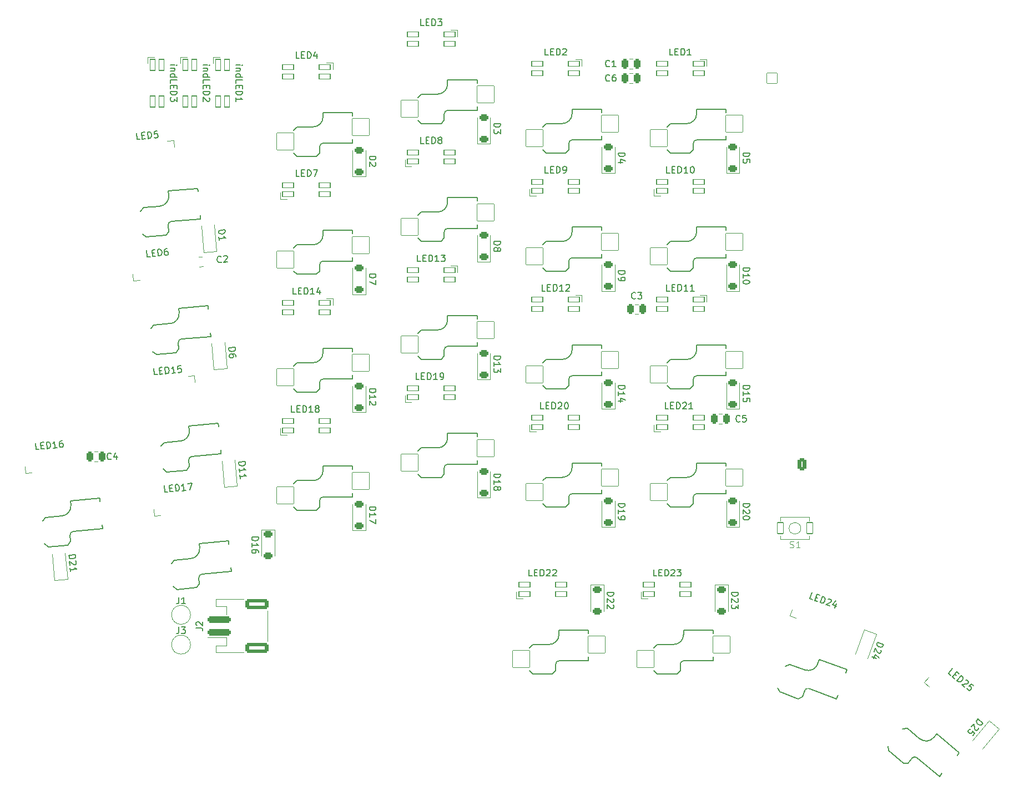
<source format=gto>
G04 #@! TF.GenerationSoftware,KiCad,Pcbnew,8.0.5*
G04 #@! TF.CreationDate,2024-11-21T21:23:03+01:00*
G04 #@! TF.ProjectId,stellar,7374656c-6c61-4722-9e6b-696361645f70,rev?*
G04 #@! TF.SameCoordinates,Original*
G04 #@! TF.FileFunction,Legend,Top*
G04 #@! TF.FilePolarity,Positive*
%FSLAX46Y46*%
G04 Gerber Fmt 4.6, Leading zero omitted, Abs format (unit mm)*
G04 Created by KiCad (PCBNEW 8.0.5) date 2024-11-21 21:23:03*
%MOMM*%
%LPD*%
G01*
G04 APERTURE LIST*
G04 Aperture macros list*
%AMRoundRect*
0 Rectangle with rounded corners*
0 $1 Rounding radius*
0 $2 $3 $4 $5 $6 $7 $8 $9 X,Y pos of 4 corners*
0 Add a 4 corners polygon primitive as box body*
4,1,4,$2,$3,$4,$5,$6,$7,$8,$9,$2,$3,0*
0 Add four circle primitives for the rounded corners*
1,1,$1+$1,$2,$3*
1,1,$1+$1,$4,$5*
1,1,$1+$1,$6,$7*
1,1,$1+$1,$8,$9*
0 Add four rect primitives between the rounded corners*
20,1,$1+$1,$2,$3,$4,$5,0*
20,1,$1+$1,$4,$5,$6,$7,0*
20,1,$1+$1,$6,$7,$8,$9,0*
20,1,$1+$1,$8,$9,$2,$3,0*%
G04 Aperture macros list end*
%ADD10C,0.150000*%
%ADD11C,0.100000*%
%ADD12C,0.120000*%
%ADD13C,2.700000*%
%ADD14C,3.900000*%
%ADD15RoundRect,0.250000X0.400000X-0.250000X0.400000X0.250000X-0.400000X0.250000X-0.400000X-0.250000X0*%
%ADD16C,3.600000*%
%ADD17RoundRect,0.050000X-0.850000X-0.412500X0.850000X-0.412500X0.850000X0.412500X-0.850000X0.412500X0*%
%ADD18RoundRect,0.050000X-0.810814X-0.485013X0.882717X-0.336848X0.810814X0.485013X-0.882717X0.336848X0*%
%ADD19RoundRect,0.050000X0.850000X0.412500X-0.850000X0.412500X-0.850000X-0.412500X0.850000X-0.412500X0*%
%ADD20RoundRect,0.275000X0.275000X0.500000X-0.275000X0.500000X-0.275000X-0.500000X0.275000X-0.500000X0*%
%ADD21RoundRect,0.050000X-0.412500X0.850000X-0.412500X-0.850000X0.412500X-0.850000X0.412500X0.850000X0*%
%ADD22RoundRect,0.050000X-0.800000X0.800000X-0.800000X-0.800000X0.800000X-0.800000X0.800000X0.800000X0*%
%ADD23C,1.700000*%
%ADD24RoundRect,0.250000X-0.400000X0.250000X-0.400000X-0.250000X0.400000X-0.250000X0.400000X0.250000X0*%
%ADD25C,2.600000*%
%ADD26RoundRect,0.250000X0.420267X-0.214186X0.376689X0.283911X-0.420267X0.214186X-0.376689X-0.283911X0*%
%ADD27RoundRect,0.050000X0.810814X0.485013X-0.882717X0.336848X-0.810814X-0.485013X0.882717X-0.336848X0*%
%ADD28RoundRect,0.050000X-0.939822X-0.096906X0.657655X-0.678340X0.939822X0.096906X-0.657655X0.678340X0*%
%ADD29RoundRect,0.275000X1.525000X-0.275000X1.525000X0.275000X-1.525000X0.275000X-1.525000X-0.275000X0*%
%ADD30RoundRect,0.266667X1.483333X-0.533333X1.483333X0.533333X-1.483333X0.533333X-1.483333X-0.533333X0*%
%ADD31RoundRect,0.275000X-0.230376X-0.522065X0.317531X-0.474130X0.230376X0.522065X-0.317531X0.474130X0*%
%ADD32RoundRect,0.050000X-0.450000X-0.850000X0.450000X-0.850000X0.450000X0.850000X-0.450000X0.850000X0*%
%ADD33RoundRect,0.050000X-0.916288X0.230376X0.385988X-0.862363X0.916288X-0.230376X-0.385988X0.862363X0*%
%ADD34RoundRect,0.250000X-0.290372X0.371731X-0.461382X-0.098115X0.290372X-0.371731X0.461382X0.098115X0*%
%ADD35RoundRect,0.250000X-0.145721X0.448626X-0.467115X0.065604X0.145721X-0.448626X0.467115X-0.065604X0*%
%ADD36RoundRect,0.275000X-0.275000X-0.500000X0.275000X-0.500000X0.275000X0.500000X-0.275000X0.500000X0*%
%ADD37C,1.801800*%
%ADD38C,3.529000*%
%ADD39C,3.100000*%
%ADD40RoundRect,0.050000X-1.300000X-1.300000X1.300000X-1.300000X1.300000X1.300000X-1.300000X1.300000X0*%
%ADD41RoundRect,0.270833X-0.379167X-0.654167X0.379167X-0.654167X0.379167X0.654167X-0.379167X0.654167X0*%
%ADD42O,1.300000X1.850000*%
%ADD43RoundRect,0.050000X-1.181751X-1.408356X1.408356X-1.181751X1.181751X1.408356X-1.408356X1.181751X0*%
%ADD44RoundRect,0.050000X-1.831482X-0.160234X0.160234X-1.831482X1.831482X0.160234X-0.160234X1.831482X0*%
%ADD45RoundRect,0.050000X-1.666227X-0.776974X0.776974X-1.666227X1.666227X0.776974X-0.776974X1.666227X0*%
G04 APERTURE END LIST*
D10*
X147623381Y-67977483D02*
X148623381Y-67977483D01*
X148623381Y-67977483D02*
X148623381Y-68215578D01*
X148623381Y-68215578D02*
X148575762Y-68358435D01*
X148575762Y-68358435D02*
X148480524Y-68453673D01*
X148480524Y-68453673D02*
X148385286Y-68501292D01*
X148385286Y-68501292D02*
X148194810Y-68548911D01*
X148194810Y-68548911D02*
X148051953Y-68548911D01*
X148051953Y-68548911D02*
X147861477Y-68501292D01*
X147861477Y-68501292D02*
X147766239Y-68453673D01*
X147766239Y-68453673D02*
X147671001Y-68358435D01*
X147671001Y-68358435D02*
X147623381Y-68215578D01*
X147623381Y-68215578D02*
X147623381Y-67977483D01*
X148194810Y-69120340D02*
X148242429Y-69025102D01*
X148242429Y-69025102D02*
X148290048Y-68977483D01*
X148290048Y-68977483D02*
X148385286Y-68929864D01*
X148385286Y-68929864D02*
X148432905Y-68929864D01*
X148432905Y-68929864D02*
X148528143Y-68977483D01*
X148528143Y-68977483D02*
X148575762Y-69025102D01*
X148575762Y-69025102D02*
X148623381Y-69120340D01*
X148623381Y-69120340D02*
X148623381Y-69310816D01*
X148623381Y-69310816D02*
X148575762Y-69406054D01*
X148575762Y-69406054D02*
X148528143Y-69453673D01*
X148528143Y-69453673D02*
X148432905Y-69501292D01*
X148432905Y-69501292D02*
X148385286Y-69501292D01*
X148385286Y-69501292D02*
X148290048Y-69453673D01*
X148290048Y-69453673D02*
X148242429Y-69406054D01*
X148242429Y-69406054D02*
X148194810Y-69310816D01*
X148194810Y-69310816D02*
X148194810Y-69120340D01*
X148194810Y-69120340D02*
X148147191Y-69025102D01*
X148147191Y-69025102D02*
X148099572Y-68977483D01*
X148099572Y-68977483D02*
X148004334Y-68929864D01*
X148004334Y-68929864D02*
X147813858Y-68929864D01*
X147813858Y-68929864D02*
X147718620Y-68977483D01*
X147718620Y-68977483D02*
X147671001Y-69025102D01*
X147671001Y-69025102D02*
X147623381Y-69120340D01*
X147623381Y-69120340D02*
X147623381Y-69310816D01*
X147623381Y-69310816D02*
X147671001Y-69406054D01*
X147671001Y-69406054D02*
X147718620Y-69453673D01*
X147718620Y-69453673D02*
X147813858Y-69501292D01*
X147813858Y-69501292D02*
X148004334Y-69501292D01*
X148004334Y-69501292D02*
X148099572Y-69453673D01*
X148099572Y-69453673D02*
X148147191Y-69406054D01*
X148147191Y-69406054D02*
X148194810Y-69310816D01*
X172453395Y-119052659D02*
X171977205Y-119052659D01*
X171977205Y-119052659D02*
X171977205Y-118052659D01*
X172786729Y-118528849D02*
X173120062Y-118528849D01*
X173262919Y-119052659D02*
X172786729Y-119052659D01*
X172786729Y-119052659D02*
X172786729Y-118052659D01*
X172786729Y-118052659D02*
X173262919Y-118052659D01*
X173691491Y-119052659D02*
X173691491Y-118052659D01*
X173691491Y-118052659D02*
X173929586Y-118052659D01*
X173929586Y-118052659D02*
X174072443Y-118100278D01*
X174072443Y-118100278D02*
X174167681Y-118195516D01*
X174167681Y-118195516D02*
X174215300Y-118290754D01*
X174215300Y-118290754D02*
X174262919Y-118481230D01*
X174262919Y-118481230D02*
X174262919Y-118624087D01*
X174262919Y-118624087D02*
X174215300Y-118814563D01*
X174215300Y-118814563D02*
X174167681Y-118909801D01*
X174167681Y-118909801D02*
X174072443Y-119005040D01*
X174072443Y-119005040D02*
X173929586Y-119052659D01*
X173929586Y-119052659D02*
X173691491Y-119052659D01*
X174643872Y-118147897D02*
X174691491Y-118100278D01*
X174691491Y-118100278D02*
X174786729Y-118052659D01*
X174786729Y-118052659D02*
X175024824Y-118052659D01*
X175024824Y-118052659D02*
X175120062Y-118100278D01*
X175120062Y-118100278D02*
X175167681Y-118147897D01*
X175167681Y-118147897D02*
X175215300Y-118243135D01*
X175215300Y-118243135D02*
X175215300Y-118338373D01*
X175215300Y-118338373D02*
X175167681Y-118481230D01*
X175167681Y-118481230D02*
X174596253Y-119052659D01*
X174596253Y-119052659D02*
X175215300Y-119052659D01*
X175548634Y-118052659D02*
X176167681Y-118052659D01*
X176167681Y-118052659D02*
X175834348Y-118433611D01*
X175834348Y-118433611D02*
X175977205Y-118433611D01*
X175977205Y-118433611D02*
X176072443Y-118481230D01*
X176072443Y-118481230D02*
X176120062Y-118528849D01*
X176120062Y-118528849D02*
X176167681Y-118624087D01*
X176167681Y-118624087D02*
X176167681Y-118862182D01*
X176167681Y-118862182D02*
X176120062Y-118957420D01*
X176120062Y-118957420D02*
X176072443Y-119005040D01*
X176072443Y-119005040D02*
X175977205Y-119052659D01*
X175977205Y-119052659D02*
X175691491Y-119052659D01*
X175691491Y-119052659D02*
X175596253Y-119005040D01*
X175596253Y-119005040D02*
X175548634Y-118957420D01*
X78229209Y-99704522D02*
X77754830Y-99746025D01*
X77754830Y-99746025D02*
X77667674Y-98749830D01*
X78515621Y-99153654D02*
X78847686Y-99124602D01*
X79035652Y-99633967D02*
X78561274Y-99675470D01*
X78561274Y-99675470D02*
X78474118Y-98679275D01*
X78474118Y-98679275D02*
X78948496Y-98637773D01*
X79462593Y-99596615D02*
X79375437Y-98600420D01*
X79375437Y-98600420D02*
X79612626Y-98579669D01*
X79612626Y-98579669D02*
X79759090Y-98614656D01*
X79759090Y-98614656D02*
X79862266Y-98701231D01*
X79862266Y-98701231D02*
X79918005Y-98791956D01*
X79918005Y-98791956D02*
X79982044Y-98977557D01*
X79982044Y-98977557D02*
X79994495Y-99119871D01*
X79994495Y-99119871D02*
X79963658Y-99313773D01*
X79963658Y-99313773D02*
X79924520Y-99412799D01*
X79924520Y-99412799D02*
X79837945Y-99515975D01*
X79837945Y-99515975D02*
X79699782Y-99575863D01*
X79699782Y-99575863D02*
X79462593Y-99596615D01*
X80980604Y-99463806D02*
X80411350Y-99513609D01*
X80695977Y-99488708D02*
X80608821Y-98492513D01*
X80608821Y-98492513D02*
X80526396Y-98643127D01*
X80526396Y-98643127D02*
X80439821Y-98746303D01*
X80439821Y-98746303D02*
X80349096Y-98802042D01*
X81747329Y-98392906D02*
X81557578Y-98409508D01*
X81557578Y-98409508D02*
X81466853Y-98465246D01*
X81466853Y-98465246D02*
X81423565Y-98516834D01*
X81423565Y-98516834D02*
X81341140Y-98667448D01*
X81341140Y-98667448D02*
X81310303Y-98861350D01*
X81310303Y-98861350D02*
X81343506Y-99240853D01*
X81343506Y-99240853D02*
X81399244Y-99331578D01*
X81399244Y-99331578D02*
X81450832Y-99374866D01*
X81450832Y-99374866D02*
X81549858Y-99414003D01*
X81549858Y-99414003D02*
X81739609Y-99397402D01*
X81739609Y-99397402D02*
X81830335Y-99341663D01*
X81830335Y-99341663D02*
X81873622Y-99290075D01*
X81873622Y-99290075D02*
X81912760Y-99191049D01*
X81912760Y-99191049D02*
X81892008Y-98953860D01*
X81892008Y-98953860D02*
X81836270Y-98863135D01*
X81836270Y-98863135D02*
X81784682Y-98819847D01*
X81784682Y-98819847D02*
X81685656Y-98780710D01*
X81685656Y-98780710D02*
X81495904Y-98797311D01*
X81495904Y-98797311D02*
X81405179Y-98853049D01*
X81405179Y-98853049D02*
X81361891Y-98904637D01*
X81361891Y-98904637D02*
X81322754Y-99003663D01*
X174235506Y-93562172D02*
X173759316Y-93562172D01*
X173759316Y-93562172D02*
X173759316Y-92562172D01*
X174568840Y-93038362D02*
X174902173Y-93038362D01*
X175045030Y-93562172D02*
X174568840Y-93562172D01*
X174568840Y-93562172D02*
X174568840Y-92562172D01*
X174568840Y-92562172D02*
X175045030Y-92562172D01*
X175473602Y-93562172D02*
X175473602Y-92562172D01*
X175473602Y-92562172D02*
X175711697Y-92562172D01*
X175711697Y-92562172D02*
X175854554Y-92609791D01*
X175854554Y-92609791D02*
X175949792Y-92705029D01*
X175949792Y-92705029D02*
X175997411Y-92800267D01*
X175997411Y-92800267D02*
X176045030Y-92990743D01*
X176045030Y-92990743D02*
X176045030Y-93133600D01*
X176045030Y-93133600D02*
X175997411Y-93324076D01*
X175997411Y-93324076D02*
X175949792Y-93419314D01*
X175949792Y-93419314D02*
X175854554Y-93514553D01*
X175854554Y-93514553D02*
X175711697Y-93562172D01*
X175711697Y-93562172D02*
X175473602Y-93562172D01*
X176425983Y-92657410D02*
X176473602Y-92609791D01*
X176473602Y-92609791D02*
X176568840Y-92562172D01*
X176568840Y-92562172D02*
X176806935Y-92562172D01*
X176806935Y-92562172D02*
X176902173Y-92609791D01*
X176902173Y-92609791D02*
X176949792Y-92657410D01*
X176949792Y-92657410D02*
X176997411Y-92752648D01*
X176997411Y-92752648D02*
X176997411Y-92847886D01*
X176997411Y-92847886D02*
X176949792Y-92990743D01*
X176949792Y-92990743D02*
X176378364Y-93562172D01*
X176378364Y-93562172D02*
X176997411Y-93562172D01*
X177949792Y-93562172D02*
X177378364Y-93562172D01*
X177664078Y-93562172D02*
X177664078Y-92562172D01*
X177664078Y-92562172D02*
X177568840Y-92705029D01*
X177568840Y-92705029D02*
X177473602Y-92800267D01*
X177473602Y-92800267D02*
X177378364Y-92847886D01*
X117929586Y-58052659D02*
X117453396Y-58052659D01*
X117453396Y-58052659D02*
X117453396Y-57052659D01*
X118262920Y-57528849D02*
X118596253Y-57528849D01*
X118739110Y-58052659D02*
X118262920Y-58052659D01*
X118262920Y-58052659D02*
X118262920Y-57052659D01*
X118262920Y-57052659D02*
X118739110Y-57052659D01*
X119167682Y-58052659D02*
X119167682Y-57052659D01*
X119167682Y-57052659D02*
X119405777Y-57052659D01*
X119405777Y-57052659D02*
X119548634Y-57100278D01*
X119548634Y-57100278D02*
X119643872Y-57195516D01*
X119643872Y-57195516D02*
X119691491Y-57290754D01*
X119691491Y-57290754D02*
X119739110Y-57481230D01*
X119739110Y-57481230D02*
X119739110Y-57624087D01*
X119739110Y-57624087D02*
X119691491Y-57814563D01*
X119691491Y-57814563D02*
X119643872Y-57909801D01*
X119643872Y-57909801D02*
X119548634Y-58005040D01*
X119548634Y-58005040D02*
X119405777Y-58052659D01*
X119405777Y-58052659D02*
X119167682Y-58052659D01*
X120072444Y-57052659D02*
X120739110Y-57052659D01*
X120739110Y-57052659D02*
X120310539Y-58052659D01*
X136453395Y-71052659D02*
X135977205Y-71052659D01*
X135977205Y-71052659D02*
X135977205Y-70052659D01*
X136786729Y-70528849D02*
X137120062Y-70528849D01*
X137262919Y-71052659D02*
X136786729Y-71052659D01*
X136786729Y-71052659D02*
X136786729Y-70052659D01*
X136786729Y-70052659D02*
X137262919Y-70052659D01*
X137691491Y-71052659D02*
X137691491Y-70052659D01*
X137691491Y-70052659D02*
X137929586Y-70052659D01*
X137929586Y-70052659D02*
X138072443Y-70100278D01*
X138072443Y-70100278D02*
X138167681Y-70195516D01*
X138167681Y-70195516D02*
X138215300Y-70290754D01*
X138215300Y-70290754D02*
X138262919Y-70481230D01*
X138262919Y-70481230D02*
X138262919Y-70624087D01*
X138262919Y-70624087D02*
X138215300Y-70814563D01*
X138215300Y-70814563D02*
X138167681Y-70909801D01*
X138167681Y-70909801D02*
X138072443Y-71005040D01*
X138072443Y-71005040D02*
X137929586Y-71052659D01*
X137929586Y-71052659D02*
X137691491Y-71052659D01*
X139215300Y-71052659D02*
X138643872Y-71052659D01*
X138929586Y-71052659D02*
X138929586Y-70052659D01*
X138929586Y-70052659D02*
X138834348Y-70195516D01*
X138834348Y-70195516D02*
X138739110Y-70290754D01*
X138739110Y-70290754D02*
X138643872Y-70338373D01*
X139548634Y-70052659D02*
X140167681Y-70052659D01*
X140167681Y-70052659D02*
X139834348Y-70433611D01*
X139834348Y-70433611D02*
X139977205Y-70433611D01*
X139977205Y-70433611D02*
X140072443Y-70481230D01*
X140072443Y-70481230D02*
X140120062Y-70528849D01*
X140120062Y-70528849D02*
X140167681Y-70624087D01*
X140167681Y-70624087D02*
X140167681Y-70862182D01*
X140167681Y-70862182D02*
X140120062Y-70957420D01*
X140120062Y-70957420D02*
X140072443Y-71005040D01*
X140072443Y-71005040D02*
X139977205Y-71052659D01*
X139977205Y-71052659D02*
X139691491Y-71052659D01*
X139691491Y-71052659D02*
X139596253Y-71005040D01*
X139596253Y-71005040D02*
X139548634Y-70957420D01*
X136929586Y-35052659D02*
X136453396Y-35052659D01*
X136453396Y-35052659D02*
X136453396Y-34052659D01*
X137262920Y-34528849D02*
X137596253Y-34528849D01*
X137739110Y-35052659D02*
X137262920Y-35052659D01*
X137262920Y-35052659D02*
X137262920Y-34052659D01*
X137262920Y-34052659D02*
X137739110Y-34052659D01*
X138167682Y-35052659D02*
X138167682Y-34052659D01*
X138167682Y-34052659D02*
X138405777Y-34052659D01*
X138405777Y-34052659D02*
X138548634Y-34100278D01*
X138548634Y-34100278D02*
X138643872Y-34195516D01*
X138643872Y-34195516D02*
X138691491Y-34290754D01*
X138691491Y-34290754D02*
X138739110Y-34481230D01*
X138739110Y-34481230D02*
X138739110Y-34624087D01*
X138739110Y-34624087D02*
X138691491Y-34814563D01*
X138691491Y-34814563D02*
X138643872Y-34909801D01*
X138643872Y-34909801D02*
X138548634Y-35005040D01*
X138548634Y-35005040D02*
X138405777Y-35052659D01*
X138405777Y-35052659D02*
X138167682Y-35052659D01*
X139072444Y-34052659D02*
X139691491Y-34052659D01*
X139691491Y-34052659D02*
X139358158Y-34433611D01*
X139358158Y-34433611D02*
X139501015Y-34433611D01*
X139501015Y-34433611D02*
X139596253Y-34481230D01*
X139596253Y-34481230D02*
X139643872Y-34528849D01*
X139643872Y-34528849D02*
X139691491Y-34624087D01*
X139691491Y-34624087D02*
X139691491Y-34862182D01*
X139691491Y-34862182D02*
X139643872Y-34957420D01*
X139643872Y-34957420D02*
X139596253Y-35005040D01*
X139596253Y-35005040D02*
X139501015Y-35052659D01*
X139501015Y-35052659D02*
X139215301Y-35052659D01*
X139215301Y-35052659D02*
X139120063Y-35005040D01*
X139120063Y-35005040D02*
X139072444Y-34957420D01*
X166623381Y-108001292D02*
X167623381Y-108001292D01*
X167623381Y-108001292D02*
X167623381Y-108239387D01*
X167623381Y-108239387D02*
X167575762Y-108382244D01*
X167575762Y-108382244D02*
X167480524Y-108477482D01*
X167480524Y-108477482D02*
X167385286Y-108525101D01*
X167385286Y-108525101D02*
X167194810Y-108572720D01*
X167194810Y-108572720D02*
X167051953Y-108572720D01*
X167051953Y-108572720D02*
X166861477Y-108525101D01*
X166861477Y-108525101D02*
X166766239Y-108477482D01*
X166766239Y-108477482D02*
X166671001Y-108382244D01*
X166671001Y-108382244D02*
X166623381Y-108239387D01*
X166623381Y-108239387D02*
X166623381Y-108001292D01*
X166623381Y-109525101D02*
X166623381Y-108953673D01*
X166623381Y-109239387D02*
X167623381Y-109239387D01*
X167623381Y-109239387D02*
X167480524Y-109144149D01*
X167480524Y-109144149D02*
X167385286Y-109048911D01*
X167385286Y-109048911D02*
X167337667Y-108953673D01*
X166623381Y-110001292D02*
X166623381Y-110191768D01*
X166623381Y-110191768D02*
X166671001Y-110287006D01*
X166671001Y-110287006D02*
X166718620Y-110334625D01*
X166718620Y-110334625D02*
X166861477Y-110429863D01*
X166861477Y-110429863D02*
X167051953Y-110477482D01*
X167051953Y-110477482D02*
X167432905Y-110477482D01*
X167432905Y-110477482D02*
X167528143Y-110429863D01*
X167528143Y-110429863D02*
X167575762Y-110382244D01*
X167575762Y-110382244D02*
X167623381Y-110287006D01*
X167623381Y-110287006D02*
X167623381Y-110096530D01*
X167623381Y-110096530D02*
X167575762Y-110001292D01*
X167575762Y-110001292D02*
X167528143Y-109953673D01*
X167528143Y-109953673D02*
X167432905Y-109906054D01*
X167432905Y-109906054D02*
X167194810Y-109906054D01*
X167194810Y-109906054D02*
X167099572Y-109953673D01*
X167099572Y-109953673D02*
X167051953Y-110001292D01*
X167051953Y-110001292D02*
X167004334Y-110096530D01*
X167004334Y-110096530D02*
X167004334Y-110287006D01*
X167004334Y-110287006D02*
X167051953Y-110382244D01*
X167051953Y-110382244D02*
X167099572Y-110429863D01*
X167099572Y-110429863D02*
X167194810Y-110477482D01*
X155235506Y-93562172D02*
X154759316Y-93562172D01*
X154759316Y-93562172D02*
X154759316Y-92562172D01*
X155568840Y-93038362D02*
X155902173Y-93038362D01*
X156045030Y-93562172D02*
X155568840Y-93562172D01*
X155568840Y-93562172D02*
X155568840Y-92562172D01*
X155568840Y-92562172D02*
X156045030Y-92562172D01*
X156473602Y-93562172D02*
X156473602Y-92562172D01*
X156473602Y-92562172D02*
X156711697Y-92562172D01*
X156711697Y-92562172D02*
X156854554Y-92609791D01*
X156854554Y-92609791D02*
X156949792Y-92705029D01*
X156949792Y-92705029D02*
X156997411Y-92800267D01*
X156997411Y-92800267D02*
X157045030Y-92990743D01*
X157045030Y-92990743D02*
X157045030Y-93133600D01*
X157045030Y-93133600D02*
X156997411Y-93324076D01*
X156997411Y-93324076D02*
X156949792Y-93419314D01*
X156949792Y-93419314D02*
X156854554Y-93514553D01*
X156854554Y-93514553D02*
X156711697Y-93562172D01*
X156711697Y-93562172D02*
X156473602Y-93562172D01*
X157425983Y-92657410D02*
X157473602Y-92609791D01*
X157473602Y-92609791D02*
X157568840Y-92562172D01*
X157568840Y-92562172D02*
X157806935Y-92562172D01*
X157806935Y-92562172D02*
X157902173Y-92609791D01*
X157902173Y-92609791D02*
X157949792Y-92657410D01*
X157949792Y-92657410D02*
X157997411Y-92752648D01*
X157997411Y-92752648D02*
X157997411Y-92847886D01*
X157997411Y-92847886D02*
X157949792Y-92990743D01*
X157949792Y-92990743D02*
X157378364Y-93562172D01*
X157378364Y-93562172D02*
X157997411Y-93562172D01*
X158616459Y-92562172D02*
X158711697Y-92562172D01*
X158711697Y-92562172D02*
X158806935Y-92609791D01*
X158806935Y-92609791D02*
X158854554Y-92657410D01*
X158854554Y-92657410D02*
X158902173Y-92752648D01*
X158902173Y-92752648D02*
X158949792Y-92943124D01*
X158949792Y-92943124D02*
X158949792Y-93181219D01*
X158949792Y-93181219D02*
X158902173Y-93371695D01*
X158902173Y-93371695D02*
X158854554Y-93466933D01*
X158854554Y-93466933D02*
X158806935Y-93514553D01*
X158806935Y-93514553D02*
X158711697Y-93562172D01*
X158711697Y-93562172D02*
X158616459Y-93562172D01*
X158616459Y-93562172D02*
X158521221Y-93514553D01*
X158521221Y-93514553D02*
X158473602Y-93466933D01*
X158473602Y-93466933D02*
X158425983Y-93371695D01*
X158425983Y-93371695D02*
X158378364Y-93181219D01*
X158378364Y-93181219D02*
X158378364Y-92943124D01*
X158378364Y-92943124D02*
X158425983Y-92752648D01*
X158425983Y-92752648D02*
X158473602Y-92657410D01*
X158473602Y-92657410D02*
X158521221Y-92609791D01*
X158521221Y-92609791D02*
X158616459Y-92562172D01*
X169236433Y-76683180D02*
X169188814Y-76730800D01*
X169188814Y-76730800D02*
X169045957Y-76778419D01*
X169045957Y-76778419D02*
X168950719Y-76778419D01*
X168950719Y-76778419D02*
X168807862Y-76730800D01*
X168807862Y-76730800D02*
X168712624Y-76635561D01*
X168712624Y-76635561D02*
X168665005Y-76540323D01*
X168665005Y-76540323D02*
X168617386Y-76349847D01*
X168617386Y-76349847D02*
X168617386Y-76206990D01*
X168617386Y-76206990D02*
X168665005Y-76016514D01*
X168665005Y-76016514D02*
X168712624Y-75921276D01*
X168712624Y-75921276D02*
X168807862Y-75826038D01*
X168807862Y-75826038D02*
X168950719Y-75778419D01*
X168950719Y-75778419D02*
X169045957Y-75778419D01*
X169045957Y-75778419D02*
X169188814Y-75826038D01*
X169188814Y-75826038D02*
X169236433Y-75873657D01*
X169569767Y-75778419D02*
X170188814Y-75778419D01*
X170188814Y-75778419D02*
X169855481Y-76159371D01*
X169855481Y-76159371D02*
X169998338Y-76159371D01*
X169998338Y-76159371D02*
X170093576Y-76206990D01*
X170093576Y-76206990D02*
X170141195Y-76254609D01*
X170141195Y-76254609D02*
X170188814Y-76349847D01*
X170188814Y-76349847D02*
X170188814Y-76587942D01*
X170188814Y-76587942D02*
X170141195Y-76683180D01*
X170141195Y-76683180D02*
X170093576Y-76730800D01*
X170093576Y-76730800D02*
X169998338Y-76778419D01*
X169998338Y-76778419D02*
X169712624Y-76778419D01*
X169712624Y-76778419D02*
X169617386Y-76730800D01*
X169617386Y-76730800D02*
X169569767Y-76683180D01*
X147623381Y-49977483D02*
X148623381Y-49977483D01*
X148623381Y-49977483D02*
X148623381Y-50215578D01*
X148623381Y-50215578D02*
X148575762Y-50358435D01*
X148575762Y-50358435D02*
X148480524Y-50453673D01*
X148480524Y-50453673D02*
X148385286Y-50501292D01*
X148385286Y-50501292D02*
X148194810Y-50548911D01*
X148194810Y-50548911D02*
X148051953Y-50548911D01*
X148051953Y-50548911D02*
X147861477Y-50501292D01*
X147861477Y-50501292D02*
X147766239Y-50453673D01*
X147766239Y-50453673D02*
X147671001Y-50358435D01*
X147671001Y-50358435D02*
X147623381Y-50215578D01*
X147623381Y-50215578D02*
X147623381Y-49977483D01*
X148623381Y-50882245D02*
X148623381Y-51501292D01*
X148623381Y-51501292D02*
X148242429Y-51167959D01*
X148242429Y-51167959D02*
X148242429Y-51310816D01*
X148242429Y-51310816D02*
X148194810Y-51406054D01*
X148194810Y-51406054D02*
X148147191Y-51453673D01*
X148147191Y-51453673D02*
X148051953Y-51501292D01*
X148051953Y-51501292D02*
X147813858Y-51501292D01*
X147813858Y-51501292D02*
X147718620Y-51453673D01*
X147718620Y-51453673D02*
X147671001Y-51406054D01*
X147671001Y-51406054D02*
X147623381Y-51310816D01*
X147623381Y-51310816D02*
X147623381Y-51025102D01*
X147623381Y-51025102D02*
X147671001Y-50929864D01*
X147671001Y-50929864D02*
X147718620Y-50882245D01*
X95208358Y-70312847D02*
X94733979Y-70354350D01*
X94733979Y-70354350D02*
X94646823Y-69358155D01*
X95494770Y-69761979D02*
X95826835Y-69732927D01*
X96014801Y-70242293D02*
X95540423Y-70283795D01*
X95540423Y-70283795D02*
X95453267Y-69287601D01*
X95453267Y-69287601D02*
X95927645Y-69246098D01*
X96441742Y-70204940D02*
X96354586Y-69208745D01*
X96354586Y-69208745D02*
X96591775Y-69187994D01*
X96591775Y-69187994D02*
X96738239Y-69222981D01*
X96738239Y-69222981D02*
X96841415Y-69309556D01*
X96841415Y-69309556D02*
X96897154Y-69400282D01*
X96897154Y-69400282D02*
X96961193Y-69585883D01*
X96961193Y-69585883D02*
X96973643Y-69728196D01*
X96973643Y-69728196D02*
X96942807Y-69922098D01*
X96942807Y-69922098D02*
X96903669Y-70021124D01*
X96903669Y-70021124D02*
X96817094Y-70124300D01*
X96817094Y-70124300D02*
X96678931Y-70184189D01*
X96678931Y-70184189D02*
X96441742Y-70204940D01*
X97777721Y-69084237D02*
X97587970Y-69100838D01*
X97587970Y-69100838D02*
X97497245Y-69156577D01*
X97497245Y-69156577D02*
X97453957Y-69208165D01*
X97453957Y-69208165D02*
X97371532Y-69358779D01*
X97371532Y-69358779D02*
X97340695Y-69552681D01*
X97340695Y-69552681D02*
X97373898Y-69932183D01*
X97373898Y-69932183D02*
X97429636Y-70022909D01*
X97429636Y-70022909D02*
X97481224Y-70066196D01*
X97481224Y-70066196D02*
X97580250Y-70105334D01*
X97580250Y-70105334D02*
X97770001Y-70088732D01*
X97770001Y-70088732D02*
X97860727Y-70032994D01*
X97860727Y-70032994D02*
X97904014Y-69981406D01*
X97904014Y-69981406D02*
X97943152Y-69882380D01*
X97943152Y-69882380D02*
X97922400Y-69645191D01*
X97922400Y-69645191D02*
X97866662Y-69554465D01*
X97866662Y-69554465D02*
X97815074Y-69511178D01*
X97815074Y-69511178D02*
X97716048Y-69472040D01*
X97716048Y-69472040D02*
X97526296Y-69488642D01*
X97526296Y-69488642D02*
X97435571Y-69544380D01*
X97435571Y-69544380D02*
X97392284Y-69595968D01*
X97392284Y-69595968D02*
X97353146Y-69694994D01*
X98268303Y-41085508D02*
X98934970Y-41085508D01*
X99268303Y-41085508D02*
X99220684Y-41037889D01*
X99220684Y-41037889D02*
X99173065Y-41085508D01*
X99173065Y-41085508D02*
X99220684Y-41133127D01*
X99220684Y-41133127D02*
X99268303Y-41085508D01*
X99268303Y-41085508D02*
X99173065Y-41085508D01*
X98934970Y-41561698D02*
X98268303Y-41561698D01*
X98839732Y-41561698D02*
X98887351Y-41609317D01*
X98887351Y-41609317D02*
X98934970Y-41704555D01*
X98934970Y-41704555D02*
X98934970Y-41847412D01*
X98934970Y-41847412D02*
X98887351Y-41942650D01*
X98887351Y-41942650D02*
X98792113Y-41990269D01*
X98792113Y-41990269D02*
X98268303Y-41990269D01*
X98268303Y-42895031D02*
X99268303Y-42895031D01*
X98315923Y-42895031D02*
X98268303Y-42799793D01*
X98268303Y-42799793D02*
X98268303Y-42609317D01*
X98268303Y-42609317D02*
X98315923Y-42514079D01*
X98315923Y-42514079D02*
X98363542Y-42466460D01*
X98363542Y-42466460D02*
X98458780Y-42418841D01*
X98458780Y-42418841D02*
X98744494Y-42418841D01*
X98744494Y-42418841D02*
X98839732Y-42466460D01*
X98839732Y-42466460D02*
X98887351Y-42514079D01*
X98887351Y-42514079D02*
X98934970Y-42609317D01*
X98934970Y-42609317D02*
X98934970Y-42799793D01*
X98934970Y-42799793D02*
X98887351Y-42895031D01*
X98268303Y-43847412D02*
X98268303Y-43371222D01*
X98268303Y-43371222D02*
X99268303Y-43371222D01*
X98792113Y-44180746D02*
X98792113Y-44514079D01*
X98268303Y-44656936D02*
X98268303Y-44180746D01*
X98268303Y-44180746D02*
X99268303Y-44180746D01*
X99268303Y-44180746D02*
X99268303Y-44656936D01*
X98268303Y-45085508D02*
X99268303Y-45085508D01*
X99268303Y-45085508D02*
X99268303Y-45323603D01*
X99268303Y-45323603D02*
X99220684Y-45466460D01*
X99220684Y-45466460D02*
X99125446Y-45561698D01*
X99125446Y-45561698D02*
X99030208Y-45609317D01*
X99030208Y-45609317D02*
X98839732Y-45656936D01*
X98839732Y-45656936D02*
X98696875Y-45656936D01*
X98696875Y-45656936D02*
X98506399Y-45609317D01*
X98506399Y-45609317D02*
X98411161Y-45561698D01*
X98411161Y-45561698D02*
X98315923Y-45466460D01*
X98315923Y-45466460D02*
X98268303Y-45323603D01*
X98268303Y-45323603D02*
X98268303Y-45085508D01*
X99268303Y-45990270D02*
X99268303Y-46609317D01*
X99268303Y-46609317D02*
X98887351Y-46275984D01*
X98887351Y-46275984D02*
X98887351Y-46418841D01*
X98887351Y-46418841D02*
X98839732Y-46514079D01*
X98839732Y-46514079D02*
X98792113Y-46561698D01*
X98792113Y-46561698D02*
X98696875Y-46609317D01*
X98696875Y-46609317D02*
X98458780Y-46609317D01*
X98458780Y-46609317D02*
X98363542Y-46561698D01*
X98363542Y-46561698D02*
X98315923Y-46514079D01*
X98315923Y-46514079D02*
X98268303Y-46418841D01*
X98268303Y-46418841D02*
X98268303Y-46133127D01*
X98268303Y-46133127D02*
X98315923Y-46037889D01*
X98315923Y-46037889D02*
X98363542Y-45990270D01*
X164897265Y-121561345D02*
X165897265Y-121561345D01*
X165897265Y-121561345D02*
X165897265Y-121799440D01*
X165897265Y-121799440D02*
X165849646Y-121942297D01*
X165849646Y-121942297D02*
X165754408Y-122037535D01*
X165754408Y-122037535D02*
X165659170Y-122085154D01*
X165659170Y-122085154D02*
X165468694Y-122132773D01*
X165468694Y-122132773D02*
X165325837Y-122132773D01*
X165325837Y-122132773D02*
X165135361Y-122085154D01*
X165135361Y-122085154D02*
X165040123Y-122037535D01*
X165040123Y-122037535D02*
X164944885Y-121942297D01*
X164944885Y-121942297D02*
X164897265Y-121799440D01*
X164897265Y-121799440D02*
X164897265Y-121561345D01*
X165802027Y-122513726D02*
X165849646Y-122561345D01*
X165849646Y-122561345D02*
X165897265Y-122656583D01*
X165897265Y-122656583D02*
X165897265Y-122894678D01*
X165897265Y-122894678D02*
X165849646Y-122989916D01*
X165849646Y-122989916D02*
X165802027Y-123037535D01*
X165802027Y-123037535D02*
X165706789Y-123085154D01*
X165706789Y-123085154D02*
X165611551Y-123085154D01*
X165611551Y-123085154D02*
X165468694Y-123037535D01*
X165468694Y-123037535D02*
X164897265Y-122466107D01*
X164897265Y-122466107D02*
X164897265Y-123085154D01*
X165802027Y-123466107D02*
X165849646Y-123513726D01*
X165849646Y-123513726D02*
X165897265Y-123608964D01*
X165897265Y-123608964D02*
X165897265Y-123847059D01*
X165897265Y-123847059D02*
X165849646Y-123942297D01*
X165849646Y-123942297D02*
X165802027Y-123989916D01*
X165802027Y-123989916D02*
X165706789Y-124037535D01*
X165706789Y-124037535D02*
X165611551Y-124037535D01*
X165611551Y-124037535D02*
X165468694Y-123989916D01*
X165468694Y-123989916D02*
X164897265Y-123418488D01*
X164897265Y-123418488D02*
X164897265Y-124037535D01*
X99559468Y-126834424D02*
X99559468Y-127548709D01*
X99559468Y-127548709D02*
X99511849Y-127691566D01*
X99511849Y-127691566D02*
X99416611Y-127786805D01*
X99416611Y-127786805D02*
X99273754Y-127834424D01*
X99273754Y-127834424D02*
X99178516Y-127834424D01*
X99940421Y-126834424D02*
X100559468Y-126834424D01*
X100559468Y-126834424D02*
X100226135Y-127215376D01*
X100226135Y-127215376D02*
X100368992Y-127215376D01*
X100368992Y-127215376D02*
X100464230Y-127262995D01*
X100464230Y-127262995D02*
X100511849Y-127310614D01*
X100511849Y-127310614D02*
X100559468Y-127405852D01*
X100559468Y-127405852D02*
X100559468Y-127643947D01*
X100559468Y-127643947D02*
X100511849Y-127739185D01*
X100511849Y-127739185D02*
X100464230Y-127786805D01*
X100464230Y-127786805D02*
X100368992Y-127834424D01*
X100368992Y-127834424D02*
X100083278Y-127834424D01*
X100083278Y-127834424D02*
X99988040Y-127786805D01*
X99988040Y-127786805D02*
X99940421Y-127739185D01*
X117235506Y-94062172D02*
X116759316Y-94062172D01*
X116759316Y-94062172D02*
X116759316Y-93062172D01*
X117568840Y-93538362D02*
X117902173Y-93538362D01*
X118045030Y-94062172D02*
X117568840Y-94062172D01*
X117568840Y-94062172D02*
X117568840Y-93062172D01*
X117568840Y-93062172D02*
X118045030Y-93062172D01*
X118473602Y-94062172D02*
X118473602Y-93062172D01*
X118473602Y-93062172D02*
X118711697Y-93062172D01*
X118711697Y-93062172D02*
X118854554Y-93109791D01*
X118854554Y-93109791D02*
X118949792Y-93205029D01*
X118949792Y-93205029D02*
X118997411Y-93300267D01*
X118997411Y-93300267D02*
X119045030Y-93490743D01*
X119045030Y-93490743D02*
X119045030Y-93633600D01*
X119045030Y-93633600D02*
X118997411Y-93824076D01*
X118997411Y-93824076D02*
X118949792Y-93919314D01*
X118949792Y-93919314D02*
X118854554Y-94014553D01*
X118854554Y-94014553D02*
X118711697Y-94062172D01*
X118711697Y-94062172D02*
X118473602Y-94062172D01*
X119997411Y-94062172D02*
X119425983Y-94062172D01*
X119711697Y-94062172D02*
X119711697Y-93062172D01*
X119711697Y-93062172D02*
X119616459Y-93205029D01*
X119616459Y-93205029D02*
X119521221Y-93300267D01*
X119521221Y-93300267D02*
X119425983Y-93347886D01*
X120568840Y-93490743D02*
X120473602Y-93443124D01*
X120473602Y-93443124D02*
X120425983Y-93395505D01*
X120425983Y-93395505D02*
X120378364Y-93300267D01*
X120378364Y-93300267D02*
X120378364Y-93252648D01*
X120378364Y-93252648D02*
X120425983Y-93157410D01*
X120425983Y-93157410D02*
X120473602Y-93109791D01*
X120473602Y-93109791D02*
X120568840Y-93062172D01*
X120568840Y-93062172D02*
X120759316Y-93062172D01*
X120759316Y-93062172D02*
X120854554Y-93109791D01*
X120854554Y-93109791D02*
X120902173Y-93157410D01*
X120902173Y-93157410D02*
X120949792Y-93252648D01*
X120949792Y-93252648D02*
X120949792Y-93300267D01*
X120949792Y-93300267D02*
X120902173Y-93395505D01*
X120902173Y-93395505D02*
X120854554Y-93443124D01*
X120854554Y-93443124D02*
X120759316Y-93490743D01*
X120759316Y-93490743D02*
X120568840Y-93490743D01*
X120568840Y-93490743D02*
X120473602Y-93538362D01*
X120473602Y-93538362D02*
X120425983Y-93585981D01*
X120425983Y-93585981D02*
X120378364Y-93681219D01*
X120378364Y-93681219D02*
X120378364Y-93871695D01*
X120378364Y-93871695D02*
X120425983Y-93966933D01*
X120425983Y-93966933D02*
X120473602Y-94014553D01*
X120473602Y-94014553D02*
X120568840Y-94062172D01*
X120568840Y-94062172D02*
X120759316Y-94062172D01*
X120759316Y-94062172D02*
X120854554Y-94014553D01*
X120854554Y-94014553D02*
X120902173Y-93966933D01*
X120902173Y-93966933D02*
X120949792Y-93871695D01*
X120949792Y-93871695D02*
X120949792Y-93681219D01*
X120949792Y-93681219D02*
X120902173Y-93585981D01*
X120902173Y-93585981D02*
X120854554Y-93538362D01*
X120854554Y-93538362D02*
X120759316Y-93490743D01*
X108689543Y-101705978D02*
X109685738Y-101618822D01*
X109685738Y-101618822D02*
X109706489Y-101856011D01*
X109706489Y-101856011D02*
X109671502Y-102002475D01*
X109671502Y-102002475D02*
X109584927Y-102105651D01*
X109584927Y-102105651D02*
X109494202Y-102161389D01*
X109494202Y-102161389D02*
X109308601Y-102225428D01*
X109308601Y-102225428D02*
X109166287Y-102237879D01*
X109166287Y-102237879D02*
X108972385Y-102207042D01*
X108972385Y-102207042D02*
X108873359Y-102167905D01*
X108873359Y-102167905D02*
X108770183Y-102081330D01*
X108770183Y-102081330D02*
X108710295Y-101943167D01*
X108710295Y-101943167D02*
X108689543Y-101705978D01*
X108822352Y-103223989D02*
X108772549Y-102654734D01*
X108797450Y-102939361D02*
X109793645Y-102852206D01*
X109793645Y-102852206D02*
X109643031Y-102769781D01*
X109643031Y-102769781D02*
X109539855Y-102683206D01*
X109539855Y-102683206D02*
X109484116Y-102592480D01*
X108905357Y-104172745D02*
X108855554Y-103603491D01*
X108880456Y-103888118D02*
X109876650Y-103800963D01*
X109876650Y-103800963D02*
X109726036Y-103718538D01*
X109726036Y-103718538D02*
X109622860Y-103631963D01*
X109622860Y-103631963D02*
X109567122Y-103541237D01*
X128623381Y-54977483D02*
X129623381Y-54977483D01*
X129623381Y-54977483D02*
X129623381Y-55215578D01*
X129623381Y-55215578D02*
X129575762Y-55358435D01*
X129575762Y-55358435D02*
X129480524Y-55453673D01*
X129480524Y-55453673D02*
X129385286Y-55501292D01*
X129385286Y-55501292D02*
X129194810Y-55548911D01*
X129194810Y-55548911D02*
X129051953Y-55548911D01*
X129051953Y-55548911D02*
X128861477Y-55501292D01*
X128861477Y-55501292D02*
X128766239Y-55453673D01*
X128766239Y-55453673D02*
X128671001Y-55358435D01*
X128671001Y-55358435D02*
X128623381Y-55215578D01*
X128623381Y-55215578D02*
X128623381Y-54977483D01*
X129528143Y-55929864D02*
X129575762Y-55977483D01*
X129575762Y-55977483D02*
X129623381Y-56072721D01*
X129623381Y-56072721D02*
X129623381Y-56310816D01*
X129623381Y-56310816D02*
X129575762Y-56406054D01*
X129575762Y-56406054D02*
X129528143Y-56453673D01*
X129528143Y-56453673D02*
X129432905Y-56501292D01*
X129432905Y-56501292D02*
X129337667Y-56501292D01*
X129337667Y-56501292D02*
X129194810Y-56453673D01*
X129194810Y-56453673D02*
X128623381Y-55882245D01*
X128623381Y-55882245D02*
X128623381Y-56501292D01*
X93639555Y-52381342D02*
X93165176Y-52422845D01*
X93165176Y-52422845D02*
X93078020Y-51426650D01*
X93925967Y-51830474D02*
X94258032Y-51801422D01*
X94445998Y-52310788D02*
X93971620Y-52352290D01*
X93971620Y-52352290D02*
X93884464Y-51356096D01*
X93884464Y-51356096D02*
X94358842Y-51314593D01*
X94872939Y-52273435D02*
X94785783Y-51277240D01*
X94785783Y-51277240D02*
X95022972Y-51256489D01*
X95022972Y-51256489D02*
X95169436Y-51291476D01*
X95169436Y-51291476D02*
X95272612Y-51378051D01*
X95272612Y-51378051D02*
X95328351Y-51468777D01*
X95328351Y-51468777D02*
X95392390Y-51654378D01*
X95392390Y-51654378D02*
X95404840Y-51796691D01*
X95404840Y-51796691D02*
X95374004Y-51990593D01*
X95374004Y-51990593D02*
X95334866Y-52089619D01*
X95334866Y-52089619D02*
X95248291Y-52192795D01*
X95248291Y-52192795D02*
X95110128Y-52252684D01*
X95110128Y-52252684D02*
X94872939Y-52273435D01*
X96256356Y-51148582D02*
X95781978Y-51190085D01*
X95781978Y-51190085D02*
X95776043Y-51668613D01*
X95776043Y-51668613D02*
X95819330Y-51617025D01*
X95819330Y-51617025D02*
X95910056Y-51561287D01*
X95910056Y-51561287D02*
X96147245Y-51540535D01*
X96147245Y-51540535D02*
X96246271Y-51579673D01*
X96246271Y-51579673D02*
X96297859Y-51622960D01*
X96297859Y-51622960D02*
X96353597Y-51713686D01*
X96353597Y-51713686D02*
X96374349Y-51950875D01*
X96374349Y-51950875D02*
X96335211Y-52049901D01*
X96335211Y-52049901D02*
X96291924Y-52101489D01*
X96291924Y-52101489D02*
X96201198Y-52157227D01*
X96201198Y-52157227D02*
X95964009Y-52177979D01*
X95964009Y-52177979D02*
X95864983Y-52138842D01*
X95864983Y-52138842D02*
X95813395Y-52095554D01*
X136235506Y-89062172D02*
X135759316Y-89062172D01*
X135759316Y-89062172D02*
X135759316Y-88062172D01*
X136568840Y-88538362D02*
X136902173Y-88538362D01*
X137045030Y-89062172D02*
X136568840Y-89062172D01*
X136568840Y-89062172D02*
X136568840Y-88062172D01*
X136568840Y-88062172D02*
X137045030Y-88062172D01*
X137473602Y-89062172D02*
X137473602Y-88062172D01*
X137473602Y-88062172D02*
X137711697Y-88062172D01*
X137711697Y-88062172D02*
X137854554Y-88109791D01*
X137854554Y-88109791D02*
X137949792Y-88205029D01*
X137949792Y-88205029D02*
X137997411Y-88300267D01*
X137997411Y-88300267D02*
X138045030Y-88490743D01*
X138045030Y-88490743D02*
X138045030Y-88633600D01*
X138045030Y-88633600D02*
X137997411Y-88824076D01*
X137997411Y-88824076D02*
X137949792Y-88919314D01*
X137949792Y-88919314D02*
X137854554Y-89014553D01*
X137854554Y-89014553D02*
X137711697Y-89062172D01*
X137711697Y-89062172D02*
X137473602Y-89062172D01*
X138997411Y-89062172D02*
X138425983Y-89062172D01*
X138711697Y-89062172D02*
X138711697Y-88062172D01*
X138711697Y-88062172D02*
X138616459Y-88205029D01*
X138616459Y-88205029D02*
X138521221Y-88300267D01*
X138521221Y-88300267D02*
X138425983Y-88347886D01*
X139473602Y-89062172D02*
X139664078Y-89062172D01*
X139664078Y-89062172D02*
X139759316Y-89014553D01*
X139759316Y-89014553D02*
X139806935Y-88966933D01*
X139806935Y-88966933D02*
X139902173Y-88824076D01*
X139902173Y-88824076D02*
X139949792Y-88633600D01*
X139949792Y-88633600D02*
X139949792Y-88252648D01*
X139949792Y-88252648D02*
X139902173Y-88157410D01*
X139902173Y-88157410D02*
X139854554Y-88109791D01*
X139854554Y-88109791D02*
X139759316Y-88062172D01*
X139759316Y-88062172D02*
X139568840Y-88062172D01*
X139568840Y-88062172D02*
X139473602Y-88109791D01*
X139473602Y-88109791D02*
X139425983Y-88157410D01*
X139425983Y-88157410D02*
X139378364Y-88252648D01*
X139378364Y-88252648D02*
X139378364Y-88490743D01*
X139378364Y-88490743D02*
X139425983Y-88585981D01*
X139425983Y-88585981D02*
X139473602Y-88633600D01*
X139473602Y-88633600D02*
X139568840Y-88681219D01*
X139568840Y-88681219D02*
X139759316Y-88681219D01*
X139759316Y-88681219D02*
X139854554Y-88633600D01*
X139854554Y-88633600D02*
X139902173Y-88585981D01*
X139902173Y-88585981D02*
X139949792Y-88490743D01*
X110698280Y-113109315D02*
X111698280Y-113109315D01*
X111698280Y-113109315D02*
X111698280Y-113347410D01*
X111698280Y-113347410D02*
X111650661Y-113490267D01*
X111650661Y-113490267D02*
X111555423Y-113585505D01*
X111555423Y-113585505D02*
X111460185Y-113633124D01*
X111460185Y-113633124D02*
X111269709Y-113680743D01*
X111269709Y-113680743D02*
X111126852Y-113680743D01*
X111126852Y-113680743D02*
X110936376Y-113633124D01*
X110936376Y-113633124D02*
X110841138Y-113585505D01*
X110841138Y-113585505D02*
X110745900Y-113490267D01*
X110745900Y-113490267D02*
X110698280Y-113347410D01*
X110698280Y-113347410D02*
X110698280Y-113109315D01*
X110698280Y-114633124D02*
X110698280Y-114061696D01*
X110698280Y-114347410D02*
X111698280Y-114347410D01*
X111698280Y-114347410D02*
X111555423Y-114252172D01*
X111555423Y-114252172D02*
X111460185Y-114156934D01*
X111460185Y-114156934D02*
X111412566Y-114061696D01*
X111698280Y-115490267D02*
X111698280Y-115299791D01*
X111698280Y-115299791D02*
X111650661Y-115204553D01*
X111650661Y-115204553D02*
X111603042Y-115156934D01*
X111603042Y-115156934D02*
X111460185Y-115061696D01*
X111460185Y-115061696D02*
X111269709Y-115014077D01*
X111269709Y-115014077D02*
X110888757Y-115014077D01*
X110888757Y-115014077D02*
X110793519Y-115061696D01*
X110793519Y-115061696D02*
X110745900Y-115109315D01*
X110745900Y-115109315D02*
X110698280Y-115204553D01*
X110698280Y-115204553D02*
X110698280Y-115395029D01*
X110698280Y-115395029D02*
X110745900Y-115490267D01*
X110745900Y-115490267D02*
X110793519Y-115537886D01*
X110793519Y-115537886D02*
X110888757Y-115585505D01*
X110888757Y-115585505D02*
X111126852Y-115585505D01*
X111126852Y-115585505D02*
X111222090Y-115537886D01*
X111222090Y-115537886D02*
X111269709Y-115490267D01*
X111269709Y-115490267D02*
X111317328Y-115395029D01*
X111317328Y-115395029D02*
X111317328Y-115204553D01*
X111317328Y-115204553D02*
X111269709Y-115109315D01*
X111269709Y-115109315D02*
X111222090Y-115061696D01*
X111222090Y-115061696D02*
X111126852Y-115014077D01*
X128623381Y-90501292D02*
X129623381Y-90501292D01*
X129623381Y-90501292D02*
X129623381Y-90739387D01*
X129623381Y-90739387D02*
X129575762Y-90882244D01*
X129575762Y-90882244D02*
X129480524Y-90977482D01*
X129480524Y-90977482D02*
X129385286Y-91025101D01*
X129385286Y-91025101D02*
X129194810Y-91072720D01*
X129194810Y-91072720D02*
X129051953Y-91072720D01*
X129051953Y-91072720D02*
X128861477Y-91025101D01*
X128861477Y-91025101D02*
X128766239Y-90977482D01*
X128766239Y-90977482D02*
X128671001Y-90882244D01*
X128671001Y-90882244D02*
X128623381Y-90739387D01*
X128623381Y-90739387D02*
X128623381Y-90501292D01*
X128623381Y-92025101D02*
X128623381Y-91453673D01*
X128623381Y-91739387D02*
X129623381Y-91739387D01*
X129623381Y-91739387D02*
X129480524Y-91644149D01*
X129480524Y-91644149D02*
X129385286Y-91548911D01*
X129385286Y-91548911D02*
X129337667Y-91453673D01*
X129528143Y-92406054D02*
X129575762Y-92453673D01*
X129575762Y-92453673D02*
X129623381Y-92548911D01*
X129623381Y-92548911D02*
X129623381Y-92787006D01*
X129623381Y-92787006D02*
X129575762Y-92882244D01*
X129575762Y-92882244D02*
X129528143Y-92929863D01*
X129528143Y-92929863D02*
X129432905Y-92977482D01*
X129432905Y-92977482D02*
X129337667Y-92977482D01*
X129337667Y-92977482D02*
X129194810Y-92929863D01*
X129194810Y-92929863D02*
X128623381Y-92358435D01*
X128623381Y-92358435D02*
X128623381Y-92977482D01*
X174453395Y-57552659D02*
X173977205Y-57552659D01*
X173977205Y-57552659D02*
X173977205Y-56552659D01*
X174786729Y-57028849D02*
X175120062Y-57028849D01*
X175262919Y-57552659D02*
X174786729Y-57552659D01*
X174786729Y-57552659D02*
X174786729Y-56552659D01*
X174786729Y-56552659D02*
X175262919Y-56552659D01*
X175691491Y-57552659D02*
X175691491Y-56552659D01*
X175691491Y-56552659D02*
X175929586Y-56552659D01*
X175929586Y-56552659D02*
X176072443Y-56600278D01*
X176072443Y-56600278D02*
X176167681Y-56695516D01*
X176167681Y-56695516D02*
X176215300Y-56790754D01*
X176215300Y-56790754D02*
X176262919Y-56981230D01*
X176262919Y-56981230D02*
X176262919Y-57124087D01*
X176262919Y-57124087D02*
X176215300Y-57314563D01*
X176215300Y-57314563D02*
X176167681Y-57409801D01*
X176167681Y-57409801D02*
X176072443Y-57505040D01*
X176072443Y-57505040D02*
X175929586Y-57552659D01*
X175929586Y-57552659D02*
X175691491Y-57552659D01*
X177215300Y-57552659D02*
X176643872Y-57552659D01*
X176929586Y-57552659D02*
X176929586Y-56552659D01*
X176929586Y-56552659D02*
X176834348Y-56695516D01*
X176834348Y-56695516D02*
X176739110Y-56790754D01*
X176739110Y-56790754D02*
X176643872Y-56838373D01*
X177834348Y-56552659D02*
X177929586Y-56552659D01*
X177929586Y-56552659D02*
X178024824Y-56600278D01*
X178024824Y-56600278D02*
X178072443Y-56647897D01*
X178072443Y-56647897D02*
X178120062Y-56743135D01*
X178120062Y-56743135D02*
X178167681Y-56933611D01*
X178167681Y-56933611D02*
X178167681Y-57171706D01*
X178167681Y-57171706D02*
X178120062Y-57362182D01*
X178120062Y-57362182D02*
X178072443Y-57457420D01*
X178072443Y-57457420D02*
X178024824Y-57505040D01*
X178024824Y-57505040D02*
X177929586Y-57552659D01*
X177929586Y-57552659D02*
X177834348Y-57552659D01*
X177834348Y-57552659D02*
X177739110Y-57505040D01*
X177739110Y-57505040D02*
X177691491Y-57457420D01*
X177691491Y-57457420D02*
X177643872Y-57362182D01*
X177643872Y-57362182D02*
X177596253Y-57171706D01*
X177596253Y-57171706D02*
X177596253Y-56933611D01*
X177596253Y-56933611D02*
X177643872Y-56743135D01*
X177643872Y-56743135D02*
X177691491Y-56647897D01*
X177691491Y-56647897D02*
X177739110Y-56600278D01*
X177739110Y-56600278D02*
X177834348Y-56552659D01*
X196226917Y-122682004D02*
X195779444Y-122519137D01*
X195779444Y-122519137D02*
X196121464Y-121579445D01*
X196719301Y-122303791D02*
X197032532Y-122417798D01*
X196987620Y-122958877D02*
X196540148Y-122796011D01*
X196540148Y-122796011D02*
X196882168Y-121856318D01*
X196882168Y-121856318D02*
X197329640Y-122019185D01*
X197390346Y-123105458D02*
X197732366Y-122165765D01*
X197732366Y-122165765D02*
X197956102Y-122247198D01*
X197956102Y-122247198D02*
X198074057Y-122340806D01*
X198074057Y-122340806D02*
X198130979Y-122462874D01*
X198130979Y-122462874D02*
X198143153Y-122568655D01*
X198143153Y-122568655D02*
X198122753Y-122763930D01*
X198122753Y-122763930D02*
X198073893Y-122898172D01*
X198073893Y-122898172D02*
X197963999Y-123060875D01*
X197963999Y-123060875D02*
X197886679Y-123134083D01*
X197886679Y-123134083D02*
X197764611Y-123191004D01*
X197764611Y-123191004D02*
X197614082Y-123186891D01*
X197614082Y-123186891D02*
X197390346Y-123105458D01*
X198594738Y-122580993D02*
X198655772Y-122552532D01*
X198655772Y-122552532D02*
X198761553Y-122540358D01*
X198761553Y-122540358D02*
X198985289Y-122621792D01*
X198985289Y-122621792D02*
X199058497Y-122699112D01*
X199058497Y-122699112D02*
X199086958Y-122760146D01*
X199086958Y-122760146D02*
X199099132Y-122865928D01*
X199099132Y-122865928D02*
X199066558Y-122955422D01*
X199066558Y-122955422D02*
X198972951Y-123073377D01*
X198972951Y-123073377D02*
X198240544Y-123414904D01*
X198240544Y-123414904D02*
X198822258Y-123626631D01*
X199855723Y-123293330D02*
X199627709Y-123919791D01*
X199762280Y-122853918D02*
X199294243Y-123443694D01*
X199294243Y-123443694D02*
X199875958Y-123655420D01*
X117929586Y-40052659D02*
X117453396Y-40052659D01*
X117453396Y-40052659D02*
X117453396Y-39052659D01*
X118262920Y-39528849D02*
X118596253Y-39528849D01*
X118739110Y-40052659D02*
X118262920Y-40052659D01*
X118262920Y-40052659D02*
X118262920Y-39052659D01*
X118262920Y-39052659D02*
X118739110Y-39052659D01*
X119167682Y-40052659D02*
X119167682Y-39052659D01*
X119167682Y-39052659D02*
X119405777Y-39052659D01*
X119405777Y-39052659D02*
X119548634Y-39100278D01*
X119548634Y-39100278D02*
X119643872Y-39195516D01*
X119643872Y-39195516D02*
X119691491Y-39290754D01*
X119691491Y-39290754D02*
X119739110Y-39481230D01*
X119739110Y-39481230D02*
X119739110Y-39624087D01*
X119739110Y-39624087D02*
X119691491Y-39814563D01*
X119691491Y-39814563D02*
X119643872Y-39909801D01*
X119643872Y-39909801D02*
X119548634Y-40005040D01*
X119548634Y-40005040D02*
X119405777Y-40052659D01*
X119405777Y-40052659D02*
X119167682Y-40052659D01*
X120596253Y-39385992D02*
X120596253Y-40052659D01*
X120358158Y-39005040D02*
X120120063Y-39719325D01*
X120120063Y-39719325D02*
X120739110Y-39719325D01*
X174453395Y-75552659D02*
X173977205Y-75552659D01*
X173977205Y-75552659D02*
X173977205Y-74552659D01*
X174786729Y-75028849D02*
X175120062Y-75028849D01*
X175262919Y-75552659D02*
X174786729Y-75552659D01*
X174786729Y-75552659D02*
X174786729Y-74552659D01*
X174786729Y-74552659D02*
X175262919Y-74552659D01*
X175691491Y-75552659D02*
X175691491Y-74552659D01*
X175691491Y-74552659D02*
X175929586Y-74552659D01*
X175929586Y-74552659D02*
X176072443Y-74600278D01*
X176072443Y-74600278D02*
X176167681Y-74695516D01*
X176167681Y-74695516D02*
X176215300Y-74790754D01*
X176215300Y-74790754D02*
X176262919Y-74981230D01*
X176262919Y-74981230D02*
X176262919Y-75124087D01*
X176262919Y-75124087D02*
X176215300Y-75314563D01*
X176215300Y-75314563D02*
X176167681Y-75409801D01*
X176167681Y-75409801D02*
X176072443Y-75505040D01*
X176072443Y-75505040D02*
X175929586Y-75552659D01*
X175929586Y-75552659D02*
X175691491Y-75552659D01*
X177215300Y-75552659D02*
X176643872Y-75552659D01*
X176929586Y-75552659D02*
X176929586Y-74552659D01*
X176929586Y-74552659D02*
X176834348Y-74695516D01*
X176834348Y-74695516D02*
X176739110Y-74790754D01*
X176739110Y-74790754D02*
X176643872Y-74838373D01*
X178167681Y-75552659D02*
X177596253Y-75552659D01*
X177881967Y-75552659D02*
X177881967Y-74552659D01*
X177881967Y-74552659D02*
X177786729Y-74695516D01*
X177786729Y-74695516D02*
X177691491Y-74790754D01*
X177691491Y-74790754D02*
X177596253Y-74838373D01*
X102197621Y-127010938D02*
X102911906Y-127010938D01*
X102911906Y-127010938D02*
X103054763Y-127058557D01*
X103054763Y-127058557D02*
X103150002Y-127153795D01*
X103150002Y-127153795D02*
X103197621Y-127296652D01*
X103197621Y-127296652D02*
X103197621Y-127391890D01*
X102292859Y-126582366D02*
X102245240Y-126534747D01*
X102245240Y-126534747D02*
X102197621Y-126439509D01*
X102197621Y-126439509D02*
X102197621Y-126201414D01*
X102197621Y-126201414D02*
X102245240Y-126106176D01*
X102245240Y-126106176D02*
X102292859Y-126058557D01*
X102292859Y-126058557D02*
X102388097Y-126010938D01*
X102388097Y-126010938D02*
X102483335Y-126010938D01*
X102483335Y-126010938D02*
X102626192Y-126058557D01*
X102626192Y-126058557D02*
X103197621Y-126629985D01*
X103197621Y-126629985D02*
X103197621Y-126010938D01*
X185623381Y-90001292D02*
X186623381Y-90001292D01*
X186623381Y-90001292D02*
X186623381Y-90239387D01*
X186623381Y-90239387D02*
X186575762Y-90382244D01*
X186575762Y-90382244D02*
X186480524Y-90477482D01*
X186480524Y-90477482D02*
X186385286Y-90525101D01*
X186385286Y-90525101D02*
X186194810Y-90572720D01*
X186194810Y-90572720D02*
X186051953Y-90572720D01*
X186051953Y-90572720D02*
X185861477Y-90525101D01*
X185861477Y-90525101D02*
X185766239Y-90477482D01*
X185766239Y-90477482D02*
X185671001Y-90382244D01*
X185671001Y-90382244D02*
X185623381Y-90239387D01*
X185623381Y-90239387D02*
X185623381Y-90001292D01*
X185623381Y-91525101D02*
X185623381Y-90953673D01*
X185623381Y-91239387D02*
X186623381Y-91239387D01*
X186623381Y-91239387D02*
X186480524Y-91144149D01*
X186480524Y-91144149D02*
X186385286Y-91048911D01*
X186385286Y-91048911D02*
X186337667Y-90953673D01*
X186623381Y-92429863D02*
X186623381Y-91953673D01*
X186623381Y-91953673D02*
X186147191Y-91906054D01*
X186147191Y-91906054D02*
X186194810Y-91953673D01*
X186194810Y-91953673D02*
X186242429Y-92048911D01*
X186242429Y-92048911D02*
X186242429Y-92287006D01*
X186242429Y-92287006D02*
X186194810Y-92382244D01*
X186194810Y-92382244D02*
X186147191Y-92429863D01*
X186147191Y-92429863D02*
X186051953Y-92477482D01*
X186051953Y-92477482D02*
X185813858Y-92477482D01*
X185813858Y-92477482D02*
X185718620Y-92429863D01*
X185718620Y-92429863D02*
X185671001Y-92382244D01*
X185671001Y-92382244D02*
X185623381Y-92287006D01*
X185623381Y-92287006D02*
X185623381Y-92048911D01*
X185623381Y-92048911D02*
X185671001Y-91953673D01*
X185671001Y-91953673D02*
X185718620Y-91906054D01*
X107162243Y-84248852D02*
X108158438Y-84161696D01*
X108158438Y-84161696D02*
X108179189Y-84398885D01*
X108179189Y-84398885D02*
X108144202Y-84545349D01*
X108144202Y-84545349D02*
X108057627Y-84648525D01*
X108057627Y-84648525D02*
X107966901Y-84704263D01*
X107966901Y-84704263D02*
X107781300Y-84768302D01*
X107781300Y-84768302D02*
X107638987Y-84780753D01*
X107638987Y-84780753D02*
X107445085Y-84749916D01*
X107445085Y-84749916D02*
X107346059Y-84710779D01*
X107346059Y-84710779D02*
X107242883Y-84624204D01*
X107242883Y-84624204D02*
X107182994Y-84486041D01*
X107182994Y-84486041D02*
X107162243Y-84248852D01*
X108282946Y-85584831D02*
X108266345Y-85395080D01*
X108266345Y-85395080D02*
X108210606Y-85304354D01*
X108210606Y-85304354D02*
X108159018Y-85261067D01*
X108159018Y-85261067D02*
X108008404Y-85178642D01*
X108008404Y-85178642D02*
X107814503Y-85147805D01*
X107814503Y-85147805D02*
X107435000Y-85181007D01*
X107435000Y-85181007D02*
X107344274Y-85236746D01*
X107344274Y-85236746D02*
X107300987Y-85288334D01*
X107300987Y-85288334D02*
X107261850Y-85387360D01*
X107261850Y-85387360D02*
X107278451Y-85577111D01*
X107278451Y-85577111D02*
X107334189Y-85667837D01*
X107334189Y-85667837D02*
X107385777Y-85711124D01*
X107385777Y-85711124D02*
X107484803Y-85750261D01*
X107484803Y-85750261D02*
X107721992Y-85729510D01*
X107721992Y-85729510D02*
X107812718Y-85673772D01*
X107812718Y-85673772D02*
X107856005Y-85622184D01*
X107856005Y-85622184D02*
X107895143Y-85523158D01*
X107895143Y-85523158D02*
X107878541Y-85333406D01*
X107878541Y-85333406D02*
X107822803Y-85242681D01*
X107822803Y-85242681D02*
X107771215Y-85199393D01*
X107771215Y-85199393D02*
X107672189Y-85160256D01*
X106065622Y-71106020D02*
X106022335Y-71157608D01*
X106022335Y-71157608D02*
X105884171Y-71217496D01*
X105884171Y-71217496D02*
X105789296Y-71225797D01*
X105789296Y-71225797D02*
X105642832Y-71190810D01*
X105642832Y-71190810D02*
X105539656Y-71104235D01*
X105539656Y-71104235D02*
X105483917Y-71013509D01*
X105483917Y-71013509D02*
X105419878Y-70827908D01*
X105419878Y-70827908D02*
X105407428Y-70685595D01*
X105407428Y-70685595D02*
X105438264Y-70491693D01*
X105438264Y-70491693D02*
X105477402Y-70392667D01*
X105477402Y-70392667D02*
X105563977Y-70289491D01*
X105563977Y-70289491D02*
X105702140Y-70229602D01*
X105702140Y-70229602D02*
X105797016Y-70221302D01*
X105797016Y-70221302D02*
X105943480Y-70256289D01*
X105943480Y-70256289D02*
X105995068Y-70299576D01*
X106374570Y-70266374D02*
X106417858Y-70214786D01*
X106417858Y-70214786D02*
X106508583Y-70159048D01*
X106508583Y-70159048D02*
X106745773Y-70138296D01*
X106745773Y-70138296D02*
X106844799Y-70177433D01*
X106844799Y-70177433D02*
X106896387Y-70220721D01*
X106896387Y-70220721D02*
X106952125Y-70311446D01*
X106952125Y-70311446D02*
X106960426Y-70406322D01*
X106960426Y-70406322D02*
X106925439Y-70552786D01*
X106925439Y-70552786D02*
X106405988Y-71171843D01*
X106405988Y-71171843D02*
X107022680Y-71117890D01*
X105593440Y-66317347D02*
X106589635Y-66230191D01*
X106589635Y-66230191D02*
X106610386Y-66467380D01*
X106610386Y-66467380D02*
X106575399Y-66613844D01*
X106575399Y-66613844D02*
X106488824Y-66717020D01*
X106488824Y-66717020D02*
X106398098Y-66772758D01*
X106398098Y-66772758D02*
X106212497Y-66836797D01*
X106212497Y-66836797D02*
X106070184Y-66849248D01*
X106070184Y-66849248D02*
X105876282Y-66818411D01*
X105876282Y-66818411D02*
X105777256Y-66779274D01*
X105777256Y-66779274D02*
X105674080Y-66692699D01*
X105674080Y-66692699D02*
X105614191Y-66554536D01*
X105614191Y-66554536D02*
X105593440Y-66317347D01*
X105726249Y-67835357D02*
X105676445Y-67266103D01*
X105701347Y-67550730D02*
X106697542Y-67463575D01*
X106697542Y-67463575D02*
X106546928Y-67381150D01*
X106546928Y-67381150D02*
X106443751Y-67294575D01*
X106443751Y-67294575D02*
X106388013Y-67203849D01*
X96302782Y-88285855D02*
X95828403Y-88327358D01*
X95828403Y-88327358D02*
X95741247Y-87331163D01*
X96589194Y-87734987D02*
X96921259Y-87705935D01*
X97109225Y-88215300D02*
X96634847Y-88256803D01*
X96634847Y-88256803D02*
X96547691Y-87260608D01*
X96547691Y-87260608D02*
X97022069Y-87219106D01*
X97536166Y-88177948D02*
X97449010Y-87181753D01*
X97449010Y-87181753D02*
X97686199Y-87161002D01*
X97686199Y-87161002D02*
X97832663Y-87195989D01*
X97832663Y-87195989D02*
X97935839Y-87282564D01*
X97935839Y-87282564D02*
X97991578Y-87373289D01*
X97991578Y-87373289D02*
X98055617Y-87558890D01*
X98055617Y-87558890D02*
X98068068Y-87701204D01*
X98068068Y-87701204D02*
X98037231Y-87895106D01*
X98037231Y-87895106D02*
X97998093Y-87994132D01*
X97998093Y-87994132D02*
X97911518Y-88097308D01*
X97911518Y-88097308D02*
X97773355Y-88157196D01*
X97773355Y-88157196D02*
X97536166Y-88177948D01*
X99054177Y-88045139D02*
X98484923Y-88094942D01*
X98769550Y-88070041D02*
X98682394Y-87073846D01*
X98682394Y-87073846D02*
X98599969Y-87224460D01*
X98599969Y-87224460D02*
X98513394Y-87327636D01*
X98513394Y-87327636D02*
X98422669Y-87383375D01*
X99868340Y-86970089D02*
X99393962Y-87011592D01*
X99393962Y-87011592D02*
X99388027Y-87490121D01*
X99388027Y-87490121D02*
X99431314Y-87438533D01*
X99431314Y-87438533D02*
X99522040Y-87382794D01*
X99522040Y-87382794D02*
X99759229Y-87362043D01*
X99759229Y-87362043D02*
X99858255Y-87401180D01*
X99858255Y-87401180D02*
X99909843Y-87444468D01*
X99909843Y-87444468D02*
X99965581Y-87535193D01*
X99965581Y-87535193D02*
X99986333Y-87772382D01*
X99986333Y-87772382D02*
X99947195Y-87871408D01*
X99947195Y-87871408D02*
X99903908Y-87922996D01*
X99903908Y-87922996D02*
X99813182Y-87978735D01*
X99813182Y-87978735D02*
X99575993Y-87999486D01*
X99575993Y-87999486D02*
X99476967Y-87960349D01*
X99476967Y-87960349D02*
X99425379Y-87917061D01*
X155929586Y-39552659D02*
X155453396Y-39552659D01*
X155453396Y-39552659D02*
X155453396Y-38552659D01*
X156262920Y-39028849D02*
X156596253Y-39028849D01*
X156739110Y-39552659D02*
X156262920Y-39552659D01*
X156262920Y-39552659D02*
X156262920Y-38552659D01*
X156262920Y-38552659D02*
X156739110Y-38552659D01*
X157167682Y-39552659D02*
X157167682Y-38552659D01*
X157167682Y-38552659D02*
X157405777Y-38552659D01*
X157405777Y-38552659D02*
X157548634Y-38600278D01*
X157548634Y-38600278D02*
X157643872Y-38695516D01*
X157643872Y-38695516D02*
X157691491Y-38790754D01*
X157691491Y-38790754D02*
X157739110Y-38981230D01*
X157739110Y-38981230D02*
X157739110Y-39124087D01*
X157739110Y-39124087D02*
X157691491Y-39314563D01*
X157691491Y-39314563D02*
X157643872Y-39409801D01*
X157643872Y-39409801D02*
X157548634Y-39505040D01*
X157548634Y-39505040D02*
X157405777Y-39552659D01*
X157405777Y-39552659D02*
X157167682Y-39552659D01*
X158120063Y-38647897D02*
X158167682Y-38600278D01*
X158167682Y-38600278D02*
X158262920Y-38552659D01*
X158262920Y-38552659D02*
X158501015Y-38552659D01*
X158501015Y-38552659D02*
X158596253Y-38600278D01*
X158596253Y-38600278D02*
X158643872Y-38647897D01*
X158643872Y-38647897D02*
X158691491Y-38743135D01*
X158691491Y-38743135D02*
X158691491Y-38838373D01*
X158691491Y-38838373D02*
X158643872Y-38981230D01*
X158643872Y-38981230D02*
X158072444Y-39552659D01*
X158072444Y-39552659D02*
X158691491Y-39552659D01*
X99559468Y-122284424D02*
X99559468Y-122998709D01*
X99559468Y-122998709D02*
X99511849Y-123141566D01*
X99511849Y-123141566D02*
X99416611Y-123236805D01*
X99416611Y-123236805D02*
X99273754Y-123284424D01*
X99273754Y-123284424D02*
X99178516Y-123284424D01*
X100559468Y-123284424D02*
X99988040Y-123284424D01*
X100273754Y-123284424D02*
X100273754Y-122284424D01*
X100273754Y-122284424D02*
X100178516Y-122427281D01*
X100178516Y-122427281D02*
X100083278Y-122522519D01*
X100083278Y-122522519D02*
X99988040Y-122570138D01*
X147623381Y-103501292D02*
X148623381Y-103501292D01*
X148623381Y-103501292D02*
X148623381Y-103739387D01*
X148623381Y-103739387D02*
X148575762Y-103882244D01*
X148575762Y-103882244D02*
X148480524Y-103977482D01*
X148480524Y-103977482D02*
X148385286Y-104025101D01*
X148385286Y-104025101D02*
X148194810Y-104072720D01*
X148194810Y-104072720D02*
X148051953Y-104072720D01*
X148051953Y-104072720D02*
X147861477Y-104025101D01*
X147861477Y-104025101D02*
X147766239Y-103977482D01*
X147766239Y-103977482D02*
X147671001Y-103882244D01*
X147671001Y-103882244D02*
X147623381Y-103739387D01*
X147623381Y-103739387D02*
X147623381Y-103501292D01*
X147623381Y-105025101D02*
X147623381Y-104453673D01*
X147623381Y-104739387D02*
X148623381Y-104739387D01*
X148623381Y-104739387D02*
X148480524Y-104644149D01*
X148480524Y-104644149D02*
X148385286Y-104548911D01*
X148385286Y-104548911D02*
X148337667Y-104453673D01*
X148194810Y-105596530D02*
X148242429Y-105501292D01*
X148242429Y-105501292D02*
X148290048Y-105453673D01*
X148290048Y-105453673D02*
X148385286Y-105406054D01*
X148385286Y-105406054D02*
X148432905Y-105406054D01*
X148432905Y-105406054D02*
X148528143Y-105453673D01*
X148528143Y-105453673D02*
X148575762Y-105501292D01*
X148575762Y-105501292D02*
X148623381Y-105596530D01*
X148623381Y-105596530D02*
X148623381Y-105787006D01*
X148623381Y-105787006D02*
X148575762Y-105882244D01*
X148575762Y-105882244D02*
X148528143Y-105929863D01*
X148528143Y-105929863D02*
X148432905Y-105977482D01*
X148432905Y-105977482D02*
X148385286Y-105977482D01*
X148385286Y-105977482D02*
X148290048Y-105929863D01*
X148290048Y-105929863D02*
X148242429Y-105882244D01*
X148242429Y-105882244D02*
X148194810Y-105787006D01*
X148194810Y-105787006D02*
X148194810Y-105596530D01*
X148194810Y-105596530D02*
X148147191Y-105501292D01*
X148147191Y-105501292D02*
X148099572Y-105453673D01*
X148099572Y-105453673D02*
X148004334Y-105406054D01*
X148004334Y-105406054D02*
X147813858Y-105406054D01*
X147813858Y-105406054D02*
X147718620Y-105453673D01*
X147718620Y-105453673D02*
X147671001Y-105501292D01*
X147671001Y-105501292D02*
X147623381Y-105596530D01*
X147623381Y-105596530D02*
X147623381Y-105787006D01*
X147623381Y-105787006D02*
X147671001Y-105882244D01*
X147671001Y-105882244D02*
X147718620Y-105929863D01*
X147718620Y-105929863D02*
X147813858Y-105977482D01*
X147813858Y-105977482D02*
X148004334Y-105977482D01*
X148004334Y-105977482D02*
X148099572Y-105929863D01*
X148099572Y-105929863D02*
X148147191Y-105882244D01*
X148147191Y-105882244D02*
X148194810Y-105787006D01*
X165281260Y-43433180D02*
X165233641Y-43480800D01*
X165233641Y-43480800D02*
X165090784Y-43528419D01*
X165090784Y-43528419D02*
X164995546Y-43528419D01*
X164995546Y-43528419D02*
X164852689Y-43480800D01*
X164852689Y-43480800D02*
X164757451Y-43385561D01*
X164757451Y-43385561D02*
X164709832Y-43290323D01*
X164709832Y-43290323D02*
X164662213Y-43099847D01*
X164662213Y-43099847D02*
X164662213Y-42956990D01*
X164662213Y-42956990D02*
X164709832Y-42766514D01*
X164709832Y-42766514D02*
X164757451Y-42671276D01*
X164757451Y-42671276D02*
X164852689Y-42576038D01*
X164852689Y-42576038D02*
X164995546Y-42528419D01*
X164995546Y-42528419D02*
X165090784Y-42528419D01*
X165090784Y-42528419D02*
X165233641Y-42576038D01*
X165233641Y-42576038D02*
X165281260Y-42623657D01*
X166138403Y-42528419D02*
X165947927Y-42528419D01*
X165947927Y-42528419D02*
X165852689Y-42576038D01*
X165852689Y-42576038D02*
X165805070Y-42623657D01*
X165805070Y-42623657D02*
X165709832Y-42766514D01*
X165709832Y-42766514D02*
X165662213Y-42956990D01*
X165662213Y-42956990D02*
X165662213Y-43337942D01*
X165662213Y-43337942D02*
X165709832Y-43433180D01*
X165709832Y-43433180D02*
X165757451Y-43480800D01*
X165757451Y-43480800D02*
X165852689Y-43528419D01*
X165852689Y-43528419D02*
X166043165Y-43528419D01*
X166043165Y-43528419D02*
X166138403Y-43480800D01*
X166138403Y-43480800D02*
X166186022Y-43433180D01*
X166186022Y-43433180D02*
X166233641Y-43337942D01*
X166233641Y-43337942D02*
X166233641Y-43099847D01*
X166233641Y-43099847D02*
X166186022Y-43004609D01*
X166186022Y-43004609D02*
X166138403Y-42956990D01*
X166138403Y-42956990D02*
X166043165Y-42909371D01*
X166043165Y-42909371D02*
X165852689Y-42909371D01*
X165852689Y-42909371D02*
X165757451Y-42956990D01*
X165757451Y-42956990D02*
X165709832Y-43004609D01*
X165709832Y-43004609D02*
X165662213Y-43099847D01*
X166623381Y-90001292D02*
X167623381Y-90001292D01*
X167623381Y-90001292D02*
X167623381Y-90239387D01*
X167623381Y-90239387D02*
X167575762Y-90382244D01*
X167575762Y-90382244D02*
X167480524Y-90477482D01*
X167480524Y-90477482D02*
X167385286Y-90525101D01*
X167385286Y-90525101D02*
X167194810Y-90572720D01*
X167194810Y-90572720D02*
X167051953Y-90572720D01*
X167051953Y-90572720D02*
X166861477Y-90525101D01*
X166861477Y-90525101D02*
X166766239Y-90477482D01*
X166766239Y-90477482D02*
X166671001Y-90382244D01*
X166671001Y-90382244D02*
X166623381Y-90239387D01*
X166623381Y-90239387D02*
X166623381Y-90001292D01*
X166623381Y-91525101D02*
X166623381Y-90953673D01*
X166623381Y-91239387D02*
X167623381Y-91239387D01*
X167623381Y-91239387D02*
X167480524Y-91144149D01*
X167480524Y-91144149D02*
X167385286Y-91048911D01*
X167385286Y-91048911D02*
X167337667Y-90953673D01*
X167290048Y-92382244D02*
X166623381Y-92382244D01*
X167671001Y-92144149D02*
X166956715Y-91906054D01*
X166956715Y-91906054D02*
X166956715Y-92525101D01*
X153453395Y-119052659D02*
X152977205Y-119052659D01*
X152977205Y-119052659D02*
X152977205Y-118052659D01*
X153786729Y-118528849D02*
X154120062Y-118528849D01*
X154262919Y-119052659D02*
X153786729Y-119052659D01*
X153786729Y-119052659D02*
X153786729Y-118052659D01*
X153786729Y-118052659D02*
X154262919Y-118052659D01*
X154691491Y-119052659D02*
X154691491Y-118052659D01*
X154691491Y-118052659D02*
X154929586Y-118052659D01*
X154929586Y-118052659D02*
X155072443Y-118100278D01*
X155072443Y-118100278D02*
X155167681Y-118195516D01*
X155167681Y-118195516D02*
X155215300Y-118290754D01*
X155215300Y-118290754D02*
X155262919Y-118481230D01*
X155262919Y-118481230D02*
X155262919Y-118624087D01*
X155262919Y-118624087D02*
X155215300Y-118814563D01*
X155215300Y-118814563D02*
X155167681Y-118909801D01*
X155167681Y-118909801D02*
X155072443Y-119005040D01*
X155072443Y-119005040D02*
X154929586Y-119052659D01*
X154929586Y-119052659D02*
X154691491Y-119052659D01*
X155643872Y-118147897D02*
X155691491Y-118100278D01*
X155691491Y-118100278D02*
X155786729Y-118052659D01*
X155786729Y-118052659D02*
X156024824Y-118052659D01*
X156024824Y-118052659D02*
X156120062Y-118100278D01*
X156120062Y-118100278D02*
X156167681Y-118147897D01*
X156167681Y-118147897D02*
X156215300Y-118243135D01*
X156215300Y-118243135D02*
X156215300Y-118338373D01*
X156215300Y-118338373D02*
X156167681Y-118481230D01*
X156167681Y-118481230D02*
X155596253Y-119052659D01*
X155596253Y-119052659D02*
X156215300Y-119052659D01*
X156596253Y-118147897D02*
X156643872Y-118100278D01*
X156643872Y-118100278D02*
X156739110Y-118052659D01*
X156739110Y-118052659D02*
X156977205Y-118052659D01*
X156977205Y-118052659D02*
X157072443Y-118100278D01*
X157072443Y-118100278D02*
X157120062Y-118147897D01*
X157120062Y-118147897D02*
X157167681Y-118243135D01*
X157167681Y-118243135D02*
X157167681Y-118338373D01*
X157167681Y-118338373D02*
X157120062Y-118481230D01*
X157120062Y-118481230D02*
X156548634Y-119052659D01*
X156548634Y-119052659D02*
X157167681Y-119052659D01*
X185623381Y-108001292D02*
X186623381Y-108001292D01*
X186623381Y-108001292D02*
X186623381Y-108239387D01*
X186623381Y-108239387D02*
X186575762Y-108382244D01*
X186575762Y-108382244D02*
X186480524Y-108477482D01*
X186480524Y-108477482D02*
X186385286Y-108525101D01*
X186385286Y-108525101D02*
X186194810Y-108572720D01*
X186194810Y-108572720D02*
X186051953Y-108572720D01*
X186051953Y-108572720D02*
X185861477Y-108525101D01*
X185861477Y-108525101D02*
X185766239Y-108477482D01*
X185766239Y-108477482D02*
X185671001Y-108382244D01*
X185671001Y-108382244D02*
X185623381Y-108239387D01*
X185623381Y-108239387D02*
X185623381Y-108001292D01*
X186528143Y-108953673D02*
X186575762Y-109001292D01*
X186575762Y-109001292D02*
X186623381Y-109096530D01*
X186623381Y-109096530D02*
X186623381Y-109334625D01*
X186623381Y-109334625D02*
X186575762Y-109429863D01*
X186575762Y-109429863D02*
X186528143Y-109477482D01*
X186528143Y-109477482D02*
X186432905Y-109525101D01*
X186432905Y-109525101D02*
X186337667Y-109525101D01*
X186337667Y-109525101D02*
X186194810Y-109477482D01*
X186194810Y-109477482D02*
X185623381Y-108906054D01*
X185623381Y-108906054D02*
X185623381Y-109525101D01*
X186623381Y-110144149D02*
X186623381Y-110239387D01*
X186623381Y-110239387D02*
X186575762Y-110334625D01*
X186575762Y-110334625D02*
X186528143Y-110382244D01*
X186528143Y-110382244D02*
X186432905Y-110429863D01*
X186432905Y-110429863D02*
X186242429Y-110477482D01*
X186242429Y-110477482D02*
X186004334Y-110477482D01*
X186004334Y-110477482D02*
X185813858Y-110429863D01*
X185813858Y-110429863D02*
X185718620Y-110382244D01*
X185718620Y-110382244D02*
X185671001Y-110334625D01*
X185671001Y-110334625D02*
X185623381Y-110239387D01*
X185623381Y-110239387D02*
X185623381Y-110144149D01*
X185623381Y-110144149D02*
X185671001Y-110048911D01*
X185671001Y-110048911D02*
X185718620Y-110001292D01*
X185718620Y-110001292D02*
X185813858Y-109953673D01*
X185813858Y-109953673D02*
X186004334Y-109906054D01*
X186004334Y-109906054D02*
X186242429Y-109906054D01*
X186242429Y-109906054D02*
X186432905Y-109953673D01*
X186432905Y-109953673D02*
X186528143Y-110001292D01*
X186528143Y-110001292D02*
X186575762Y-110048911D01*
X186575762Y-110048911D02*
X186623381Y-110144149D01*
X128623381Y-108501292D02*
X129623381Y-108501292D01*
X129623381Y-108501292D02*
X129623381Y-108739387D01*
X129623381Y-108739387D02*
X129575762Y-108882244D01*
X129575762Y-108882244D02*
X129480524Y-108977482D01*
X129480524Y-108977482D02*
X129385286Y-109025101D01*
X129385286Y-109025101D02*
X129194810Y-109072720D01*
X129194810Y-109072720D02*
X129051953Y-109072720D01*
X129051953Y-109072720D02*
X128861477Y-109025101D01*
X128861477Y-109025101D02*
X128766239Y-108977482D01*
X128766239Y-108977482D02*
X128671001Y-108882244D01*
X128671001Y-108882244D02*
X128623381Y-108739387D01*
X128623381Y-108739387D02*
X128623381Y-108501292D01*
X128623381Y-110025101D02*
X128623381Y-109453673D01*
X128623381Y-109739387D02*
X129623381Y-109739387D01*
X129623381Y-109739387D02*
X129480524Y-109644149D01*
X129480524Y-109644149D02*
X129385286Y-109548911D01*
X129385286Y-109548911D02*
X129337667Y-109453673D01*
X129623381Y-110358435D02*
X129623381Y-111025101D01*
X129623381Y-111025101D02*
X128623381Y-110596530D01*
D11*
X192779895Y-114684700D02*
X192922752Y-114732319D01*
X192922752Y-114732319D02*
X193160847Y-114732319D01*
X193160847Y-114732319D02*
X193256085Y-114684700D01*
X193256085Y-114684700D02*
X193303704Y-114637080D01*
X193303704Y-114637080D02*
X193351323Y-114541842D01*
X193351323Y-114541842D02*
X193351323Y-114446604D01*
X193351323Y-114446604D02*
X193303704Y-114351366D01*
X193303704Y-114351366D02*
X193256085Y-114303747D01*
X193256085Y-114303747D02*
X193160847Y-114256128D01*
X193160847Y-114256128D02*
X192970371Y-114208509D01*
X192970371Y-114208509D02*
X192875133Y-114160890D01*
X192875133Y-114160890D02*
X192827514Y-114113271D01*
X192827514Y-114113271D02*
X192779895Y-114018033D01*
X192779895Y-114018033D02*
X192779895Y-113922795D01*
X192779895Y-113922795D02*
X192827514Y-113827557D01*
X192827514Y-113827557D02*
X192875133Y-113779938D01*
X192875133Y-113779938D02*
X192970371Y-113732319D01*
X192970371Y-113732319D02*
X193208466Y-113732319D01*
X193208466Y-113732319D02*
X193351323Y-113779938D01*
X194303704Y-114732319D02*
X193732276Y-114732319D01*
X194017990Y-114732319D02*
X194017990Y-113732319D01*
X194017990Y-113732319D02*
X193922752Y-113875176D01*
X193922752Y-113875176D02*
X193827514Y-113970414D01*
X193827514Y-113970414D02*
X193732276Y-114018033D01*
D10*
X174929586Y-39552659D02*
X174453396Y-39552659D01*
X174453396Y-39552659D02*
X174453396Y-38552659D01*
X175262920Y-39028849D02*
X175596253Y-39028849D01*
X175739110Y-39552659D02*
X175262920Y-39552659D01*
X175262920Y-39552659D02*
X175262920Y-38552659D01*
X175262920Y-38552659D02*
X175739110Y-38552659D01*
X176167682Y-39552659D02*
X176167682Y-38552659D01*
X176167682Y-38552659D02*
X176405777Y-38552659D01*
X176405777Y-38552659D02*
X176548634Y-38600278D01*
X176548634Y-38600278D02*
X176643872Y-38695516D01*
X176643872Y-38695516D02*
X176691491Y-38790754D01*
X176691491Y-38790754D02*
X176739110Y-38981230D01*
X176739110Y-38981230D02*
X176739110Y-39124087D01*
X176739110Y-39124087D02*
X176691491Y-39314563D01*
X176691491Y-39314563D02*
X176643872Y-39409801D01*
X176643872Y-39409801D02*
X176548634Y-39505040D01*
X176548634Y-39505040D02*
X176405777Y-39552659D01*
X176405777Y-39552659D02*
X176167682Y-39552659D01*
X177691491Y-39552659D02*
X177120063Y-39552659D01*
X177405777Y-39552659D02*
X177405777Y-38552659D01*
X177405777Y-38552659D02*
X177310539Y-38695516D01*
X177310539Y-38695516D02*
X177215301Y-38790754D01*
X177215301Y-38790754D02*
X177120063Y-38838373D01*
X217325408Y-134223497D02*
X216960625Y-133917407D01*
X216960625Y-133917407D02*
X217603413Y-133151363D01*
X217917455Y-134036498D02*
X218172803Y-134250761D01*
X217945539Y-134743849D02*
X217580756Y-134437759D01*
X217580756Y-134437759D02*
X218223544Y-133671715D01*
X218223544Y-133671715D02*
X218588327Y-133977804D01*
X218273844Y-135019329D02*
X218916632Y-134253285D01*
X218916632Y-134253285D02*
X219099023Y-134406329D01*
X219099023Y-134406329D02*
X219177849Y-134534634D01*
X219177849Y-134534634D02*
X219189588Y-134668809D01*
X219189588Y-134668809D02*
X219164849Y-134772375D01*
X219164849Y-134772375D02*
X219078891Y-134948897D01*
X219078891Y-134948897D02*
X218987064Y-135058332D01*
X218987064Y-135058332D02*
X218828150Y-135173636D01*
X218828150Y-135173636D02*
X218730454Y-135215984D01*
X218730454Y-135215984D02*
X218596280Y-135227722D01*
X218596280Y-135227722D02*
X218456236Y-135172374D01*
X218456236Y-135172374D02*
X218273844Y-135019329D01*
X219584980Y-134938420D02*
X219652067Y-134932551D01*
X219652067Y-134932551D02*
X219755633Y-134957290D01*
X219755633Y-134957290D02*
X219938024Y-135110335D01*
X219938024Y-135110335D02*
X219980372Y-135208031D01*
X219980372Y-135208031D02*
X219986241Y-135275118D01*
X219986241Y-135275118D02*
X219961502Y-135378684D01*
X219961502Y-135378684D02*
X219900284Y-135451640D01*
X219900284Y-135451640D02*
X219771979Y-135530466D01*
X219771979Y-135530466D02*
X218966932Y-135600899D01*
X218966932Y-135600899D02*
X219441150Y-135998815D01*
X220777026Y-135814340D02*
X220412242Y-135508251D01*
X220412242Y-135508251D02*
X220069675Y-135842425D01*
X220069675Y-135842425D02*
X220136762Y-135836556D01*
X220136762Y-135836556D02*
X220240328Y-135861295D01*
X220240328Y-135861295D02*
X220422719Y-136014340D01*
X220422719Y-136014340D02*
X220465067Y-136112036D01*
X220465067Y-136112036D02*
X220470936Y-136179123D01*
X220470936Y-136179123D02*
X220446197Y-136282689D01*
X220446197Y-136282689D02*
X220293152Y-136465081D01*
X220293152Y-136465081D02*
X220195456Y-136507428D01*
X220195456Y-136507428D02*
X220128369Y-136513298D01*
X220128369Y-136513298D02*
X220024803Y-136488558D01*
X220024803Y-136488558D02*
X219842411Y-136335513D01*
X219842411Y-136335513D02*
X219800064Y-136237817D01*
X219800064Y-136237817D02*
X219794194Y-136170730D01*
X103268303Y-41085508D02*
X103934970Y-41085508D01*
X104268303Y-41085508D02*
X104220684Y-41037889D01*
X104220684Y-41037889D02*
X104173065Y-41085508D01*
X104173065Y-41085508D02*
X104220684Y-41133127D01*
X104220684Y-41133127D02*
X104268303Y-41085508D01*
X104268303Y-41085508D02*
X104173065Y-41085508D01*
X103934970Y-41561698D02*
X103268303Y-41561698D01*
X103839732Y-41561698D02*
X103887351Y-41609317D01*
X103887351Y-41609317D02*
X103934970Y-41704555D01*
X103934970Y-41704555D02*
X103934970Y-41847412D01*
X103934970Y-41847412D02*
X103887351Y-41942650D01*
X103887351Y-41942650D02*
X103792113Y-41990269D01*
X103792113Y-41990269D02*
X103268303Y-41990269D01*
X103268303Y-42895031D02*
X104268303Y-42895031D01*
X103315923Y-42895031D02*
X103268303Y-42799793D01*
X103268303Y-42799793D02*
X103268303Y-42609317D01*
X103268303Y-42609317D02*
X103315923Y-42514079D01*
X103315923Y-42514079D02*
X103363542Y-42466460D01*
X103363542Y-42466460D02*
X103458780Y-42418841D01*
X103458780Y-42418841D02*
X103744494Y-42418841D01*
X103744494Y-42418841D02*
X103839732Y-42466460D01*
X103839732Y-42466460D02*
X103887351Y-42514079D01*
X103887351Y-42514079D02*
X103934970Y-42609317D01*
X103934970Y-42609317D02*
X103934970Y-42799793D01*
X103934970Y-42799793D02*
X103887351Y-42895031D01*
X103268303Y-43847412D02*
X103268303Y-43371222D01*
X103268303Y-43371222D02*
X104268303Y-43371222D01*
X103792113Y-44180746D02*
X103792113Y-44514079D01*
X103268303Y-44656936D02*
X103268303Y-44180746D01*
X103268303Y-44180746D02*
X104268303Y-44180746D01*
X104268303Y-44180746D02*
X104268303Y-44656936D01*
X103268303Y-45085508D02*
X104268303Y-45085508D01*
X104268303Y-45085508D02*
X104268303Y-45323603D01*
X104268303Y-45323603D02*
X104220684Y-45466460D01*
X104220684Y-45466460D02*
X104125446Y-45561698D01*
X104125446Y-45561698D02*
X104030208Y-45609317D01*
X104030208Y-45609317D02*
X103839732Y-45656936D01*
X103839732Y-45656936D02*
X103696875Y-45656936D01*
X103696875Y-45656936D02*
X103506399Y-45609317D01*
X103506399Y-45609317D02*
X103411161Y-45561698D01*
X103411161Y-45561698D02*
X103315923Y-45466460D01*
X103315923Y-45466460D02*
X103268303Y-45323603D01*
X103268303Y-45323603D02*
X103268303Y-45085508D01*
X104173065Y-46037889D02*
X104220684Y-46085508D01*
X104220684Y-46085508D02*
X104268303Y-46180746D01*
X104268303Y-46180746D02*
X104268303Y-46418841D01*
X104268303Y-46418841D02*
X104220684Y-46514079D01*
X104220684Y-46514079D02*
X104173065Y-46561698D01*
X104173065Y-46561698D02*
X104077827Y-46609317D01*
X104077827Y-46609317D02*
X103982589Y-46609317D01*
X103982589Y-46609317D02*
X103839732Y-46561698D01*
X103839732Y-46561698D02*
X103268303Y-45990270D01*
X103268303Y-45990270D02*
X103268303Y-46609317D01*
X206120405Y-129151027D02*
X207060097Y-129493047D01*
X207060097Y-129493047D02*
X206978664Y-129716783D01*
X206978664Y-129716783D02*
X206885057Y-129834738D01*
X206885057Y-129834738D02*
X206762989Y-129891660D01*
X206762989Y-129891660D02*
X206657207Y-129903834D01*
X206657207Y-129903834D02*
X206461932Y-129883434D01*
X206461932Y-129883434D02*
X206327690Y-129834574D01*
X206327690Y-129834574D02*
X206164988Y-129724680D01*
X206164988Y-129724680D02*
X206091780Y-129647360D01*
X206091780Y-129647360D02*
X206034858Y-129525292D01*
X206034858Y-129525292D02*
X206038971Y-129374763D01*
X206038971Y-129374763D02*
X206120405Y-129151027D01*
X206644869Y-130355419D02*
X206673330Y-130416453D01*
X206673330Y-130416453D02*
X206685504Y-130522234D01*
X206685504Y-130522234D02*
X206604070Y-130745970D01*
X206604070Y-130745970D02*
X206526750Y-130819178D01*
X206526750Y-130819178D02*
X206465716Y-130847639D01*
X206465716Y-130847639D02*
X206359935Y-130859813D01*
X206359935Y-130859813D02*
X206270440Y-130827240D01*
X206270440Y-130827240D02*
X206152485Y-130733632D01*
X206152485Y-130733632D02*
X205810958Y-130001225D01*
X205810958Y-130001225D02*
X205599231Y-130582939D01*
X205932533Y-131616404D02*
X205306071Y-131388390D01*
X206371944Y-131522961D02*
X205782169Y-131054924D01*
X205782169Y-131054924D02*
X205570442Y-131636639D01*
X165281260Y-41233180D02*
X165233641Y-41280800D01*
X165233641Y-41280800D02*
X165090784Y-41328419D01*
X165090784Y-41328419D02*
X164995546Y-41328419D01*
X164995546Y-41328419D02*
X164852689Y-41280800D01*
X164852689Y-41280800D02*
X164757451Y-41185561D01*
X164757451Y-41185561D02*
X164709832Y-41090323D01*
X164709832Y-41090323D02*
X164662213Y-40899847D01*
X164662213Y-40899847D02*
X164662213Y-40756990D01*
X164662213Y-40756990D02*
X164709832Y-40566514D01*
X164709832Y-40566514D02*
X164757451Y-40471276D01*
X164757451Y-40471276D02*
X164852689Y-40376038D01*
X164852689Y-40376038D02*
X164995546Y-40328419D01*
X164995546Y-40328419D02*
X165090784Y-40328419D01*
X165090784Y-40328419D02*
X165233641Y-40376038D01*
X165233641Y-40376038D02*
X165281260Y-40423657D01*
X166233641Y-41328419D02*
X165662213Y-41328419D01*
X165947927Y-41328419D02*
X165947927Y-40328419D01*
X165947927Y-40328419D02*
X165852689Y-40471276D01*
X165852689Y-40471276D02*
X165757451Y-40566514D01*
X165757451Y-40566514D02*
X165662213Y-40614133D01*
X155929586Y-57552659D02*
X155453396Y-57552659D01*
X155453396Y-57552659D02*
X155453396Y-56552659D01*
X156262920Y-57028849D02*
X156596253Y-57028849D01*
X156739110Y-57552659D02*
X156262920Y-57552659D01*
X156262920Y-57552659D02*
X156262920Y-56552659D01*
X156262920Y-56552659D02*
X156739110Y-56552659D01*
X157167682Y-57552659D02*
X157167682Y-56552659D01*
X157167682Y-56552659D02*
X157405777Y-56552659D01*
X157405777Y-56552659D02*
X157548634Y-56600278D01*
X157548634Y-56600278D02*
X157643872Y-56695516D01*
X157643872Y-56695516D02*
X157691491Y-56790754D01*
X157691491Y-56790754D02*
X157739110Y-56981230D01*
X157739110Y-56981230D02*
X157739110Y-57124087D01*
X157739110Y-57124087D02*
X157691491Y-57314563D01*
X157691491Y-57314563D02*
X157643872Y-57409801D01*
X157643872Y-57409801D02*
X157548634Y-57505040D01*
X157548634Y-57505040D02*
X157405777Y-57552659D01*
X157405777Y-57552659D02*
X157167682Y-57552659D01*
X158215301Y-57552659D02*
X158405777Y-57552659D01*
X158405777Y-57552659D02*
X158501015Y-57505040D01*
X158501015Y-57505040D02*
X158548634Y-57457420D01*
X158548634Y-57457420D02*
X158643872Y-57314563D01*
X158643872Y-57314563D02*
X158691491Y-57124087D01*
X158691491Y-57124087D02*
X158691491Y-56743135D01*
X158691491Y-56743135D02*
X158643872Y-56647897D01*
X158643872Y-56647897D02*
X158596253Y-56600278D01*
X158596253Y-56600278D02*
X158501015Y-56552659D01*
X158501015Y-56552659D02*
X158310539Y-56552659D01*
X158310539Y-56552659D02*
X158215301Y-56600278D01*
X158215301Y-56600278D02*
X158167682Y-56647897D01*
X158167682Y-56647897D02*
X158120063Y-56743135D01*
X158120063Y-56743135D02*
X158120063Y-56981230D01*
X158120063Y-56981230D02*
X158167682Y-57076468D01*
X158167682Y-57076468D02*
X158215301Y-57124087D01*
X158215301Y-57124087D02*
X158310539Y-57171706D01*
X158310539Y-57171706D02*
X158501015Y-57171706D01*
X158501015Y-57171706D02*
X158596253Y-57124087D01*
X158596253Y-57124087D02*
X158643872Y-57076468D01*
X158643872Y-57076468D02*
X158691491Y-56981230D01*
X221451002Y-140906837D02*
X222217046Y-141549624D01*
X222217046Y-141549624D02*
X222064002Y-141732016D01*
X222064002Y-141732016D02*
X221935696Y-141810842D01*
X221935696Y-141810842D02*
X221801522Y-141822580D01*
X221801522Y-141822580D02*
X221697956Y-141797841D01*
X221697956Y-141797841D02*
X221521434Y-141711883D01*
X221521434Y-141711883D02*
X221411999Y-141620057D01*
X221411999Y-141620057D02*
X221296695Y-141461143D01*
X221296695Y-141461143D02*
X221254347Y-141363446D01*
X221254347Y-141363446D02*
X221242609Y-141229272D01*
X221242609Y-141229272D02*
X221297957Y-141089228D01*
X221297957Y-141089228D02*
X221451002Y-140906837D01*
X221531911Y-142217972D02*
X221537780Y-142285060D01*
X221537780Y-142285060D02*
X221513041Y-142388625D01*
X221513041Y-142388625D02*
X221359996Y-142571017D01*
X221359996Y-142571017D02*
X221262300Y-142613364D01*
X221262300Y-142613364D02*
X221195213Y-142619234D01*
X221195213Y-142619234D02*
X221091647Y-142594494D01*
X221091647Y-142594494D02*
X221018690Y-142533276D01*
X221018690Y-142533276D02*
X220939864Y-142404971D01*
X220939864Y-142404971D02*
X220869432Y-141599924D01*
X220869432Y-141599924D02*
X220471516Y-142074142D01*
X220655991Y-143410018D02*
X220962080Y-143045235D01*
X220962080Y-143045235D02*
X220627906Y-142702667D01*
X220627906Y-142702667D02*
X220633775Y-142769754D01*
X220633775Y-142769754D02*
X220609036Y-142873320D01*
X220609036Y-142873320D02*
X220455991Y-143055711D01*
X220455991Y-143055711D02*
X220358295Y-143098059D01*
X220358295Y-143098059D02*
X220291207Y-143103929D01*
X220291207Y-143103929D02*
X220187642Y-143079189D01*
X220187642Y-143079189D02*
X220005250Y-142926144D01*
X220005250Y-142926144D02*
X219962903Y-142828448D01*
X219962903Y-142828448D02*
X219957033Y-142761361D01*
X219957033Y-142761361D02*
X219981773Y-142657795D01*
X219981773Y-142657795D02*
X220134818Y-142475404D01*
X220134818Y-142475404D02*
X220232514Y-142433056D01*
X220232514Y-142433056D02*
X220299601Y-142427187D01*
X147623381Y-85501292D02*
X148623381Y-85501292D01*
X148623381Y-85501292D02*
X148623381Y-85739387D01*
X148623381Y-85739387D02*
X148575762Y-85882244D01*
X148575762Y-85882244D02*
X148480524Y-85977482D01*
X148480524Y-85977482D02*
X148385286Y-86025101D01*
X148385286Y-86025101D02*
X148194810Y-86072720D01*
X148194810Y-86072720D02*
X148051953Y-86072720D01*
X148051953Y-86072720D02*
X147861477Y-86025101D01*
X147861477Y-86025101D02*
X147766239Y-85977482D01*
X147766239Y-85977482D02*
X147671001Y-85882244D01*
X147671001Y-85882244D02*
X147623381Y-85739387D01*
X147623381Y-85739387D02*
X147623381Y-85501292D01*
X147623381Y-87025101D02*
X147623381Y-86453673D01*
X147623381Y-86739387D02*
X148623381Y-86739387D01*
X148623381Y-86739387D02*
X148480524Y-86644149D01*
X148480524Y-86644149D02*
X148385286Y-86548911D01*
X148385286Y-86548911D02*
X148337667Y-86453673D01*
X148623381Y-87358435D02*
X148623381Y-87977482D01*
X148623381Y-87977482D02*
X148242429Y-87644149D01*
X148242429Y-87644149D02*
X148242429Y-87787006D01*
X148242429Y-87787006D02*
X148194810Y-87882244D01*
X148194810Y-87882244D02*
X148147191Y-87929863D01*
X148147191Y-87929863D02*
X148051953Y-87977482D01*
X148051953Y-87977482D02*
X147813858Y-87977482D01*
X147813858Y-87977482D02*
X147718620Y-87929863D01*
X147718620Y-87929863D02*
X147671001Y-87882244D01*
X147671001Y-87882244D02*
X147623381Y-87787006D01*
X147623381Y-87787006D02*
X147623381Y-87501292D01*
X147623381Y-87501292D02*
X147671001Y-87406054D01*
X147671001Y-87406054D02*
X147718620Y-87358435D01*
X166623381Y-54477483D02*
X167623381Y-54477483D01*
X167623381Y-54477483D02*
X167623381Y-54715578D01*
X167623381Y-54715578D02*
X167575762Y-54858435D01*
X167575762Y-54858435D02*
X167480524Y-54953673D01*
X167480524Y-54953673D02*
X167385286Y-55001292D01*
X167385286Y-55001292D02*
X167194810Y-55048911D01*
X167194810Y-55048911D02*
X167051953Y-55048911D01*
X167051953Y-55048911D02*
X166861477Y-55001292D01*
X166861477Y-55001292D02*
X166766239Y-54953673D01*
X166766239Y-54953673D02*
X166671001Y-54858435D01*
X166671001Y-54858435D02*
X166623381Y-54715578D01*
X166623381Y-54715578D02*
X166623381Y-54477483D01*
X167290048Y-55906054D02*
X166623381Y-55906054D01*
X167671001Y-55667959D02*
X166956715Y-55429864D01*
X166956715Y-55429864D02*
X166956715Y-56048911D01*
X128623381Y-72977483D02*
X129623381Y-72977483D01*
X129623381Y-72977483D02*
X129623381Y-73215578D01*
X129623381Y-73215578D02*
X129575762Y-73358435D01*
X129575762Y-73358435D02*
X129480524Y-73453673D01*
X129480524Y-73453673D02*
X129385286Y-73501292D01*
X129385286Y-73501292D02*
X129194810Y-73548911D01*
X129194810Y-73548911D02*
X129051953Y-73548911D01*
X129051953Y-73548911D02*
X128861477Y-73501292D01*
X128861477Y-73501292D02*
X128766239Y-73453673D01*
X128766239Y-73453673D02*
X128671001Y-73358435D01*
X128671001Y-73358435D02*
X128623381Y-73215578D01*
X128623381Y-73215578D02*
X128623381Y-72977483D01*
X129623381Y-73882245D02*
X129623381Y-74548911D01*
X129623381Y-74548911D02*
X128623381Y-74120340D01*
X155453395Y-75552659D02*
X154977205Y-75552659D01*
X154977205Y-75552659D02*
X154977205Y-74552659D01*
X155786729Y-75028849D02*
X156120062Y-75028849D01*
X156262919Y-75552659D02*
X155786729Y-75552659D01*
X155786729Y-75552659D02*
X155786729Y-74552659D01*
X155786729Y-74552659D02*
X156262919Y-74552659D01*
X156691491Y-75552659D02*
X156691491Y-74552659D01*
X156691491Y-74552659D02*
X156929586Y-74552659D01*
X156929586Y-74552659D02*
X157072443Y-74600278D01*
X157072443Y-74600278D02*
X157167681Y-74695516D01*
X157167681Y-74695516D02*
X157215300Y-74790754D01*
X157215300Y-74790754D02*
X157262919Y-74981230D01*
X157262919Y-74981230D02*
X157262919Y-75124087D01*
X157262919Y-75124087D02*
X157215300Y-75314563D01*
X157215300Y-75314563D02*
X157167681Y-75409801D01*
X157167681Y-75409801D02*
X157072443Y-75505040D01*
X157072443Y-75505040D02*
X156929586Y-75552659D01*
X156929586Y-75552659D02*
X156691491Y-75552659D01*
X158215300Y-75552659D02*
X157643872Y-75552659D01*
X157929586Y-75552659D02*
X157929586Y-74552659D01*
X157929586Y-74552659D02*
X157834348Y-74695516D01*
X157834348Y-74695516D02*
X157739110Y-74790754D01*
X157739110Y-74790754D02*
X157643872Y-74838373D01*
X158596253Y-74647897D02*
X158643872Y-74600278D01*
X158643872Y-74600278D02*
X158739110Y-74552659D01*
X158739110Y-74552659D02*
X158977205Y-74552659D01*
X158977205Y-74552659D02*
X159072443Y-74600278D01*
X159072443Y-74600278D02*
X159120062Y-74647897D01*
X159120062Y-74647897D02*
X159167681Y-74743135D01*
X159167681Y-74743135D02*
X159167681Y-74838373D01*
X159167681Y-74838373D02*
X159120062Y-74981230D01*
X159120062Y-74981230D02*
X158548634Y-75552659D01*
X158548634Y-75552659D02*
X159167681Y-75552659D01*
X166623381Y-72477483D02*
X167623381Y-72477483D01*
X167623381Y-72477483D02*
X167623381Y-72715578D01*
X167623381Y-72715578D02*
X167575762Y-72858435D01*
X167575762Y-72858435D02*
X167480524Y-72953673D01*
X167480524Y-72953673D02*
X167385286Y-73001292D01*
X167385286Y-73001292D02*
X167194810Y-73048911D01*
X167194810Y-73048911D02*
X167051953Y-73048911D01*
X167051953Y-73048911D02*
X166861477Y-73001292D01*
X166861477Y-73001292D02*
X166766239Y-72953673D01*
X166766239Y-72953673D02*
X166671001Y-72858435D01*
X166671001Y-72858435D02*
X166623381Y-72715578D01*
X166623381Y-72715578D02*
X166623381Y-72477483D01*
X166623381Y-73525102D02*
X166623381Y-73715578D01*
X166623381Y-73715578D02*
X166671001Y-73810816D01*
X166671001Y-73810816D02*
X166718620Y-73858435D01*
X166718620Y-73858435D02*
X166861477Y-73953673D01*
X166861477Y-73953673D02*
X167051953Y-74001292D01*
X167051953Y-74001292D02*
X167432905Y-74001292D01*
X167432905Y-74001292D02*
X167528143Y-73953673D01*
X167528143Y-73953673D02*
X167575762Y-73906054D01*
X167575762Y-73906054D02*
X167623381Y-73810816D01*
X167623381Y-73810816D02*
X167623381Y-73620340D01*
X167623381Y-73620340D02*
X167575762Y-73525102D01*
X167575762Y-73525102D02*
X167528143Y-73477483D01*
X167528143Y-73477483D02*
X167432905Y-73429864D01*
X167432905Y-73429864D02*
X167194810Y-73429864D01*
X167194810Y-73429864D02*
X167099572Y-73477483D01*
X167099572Y-73477483D02*
X167051953Y-73525102D01*
X167051953Y-73525102D02*
X167004334Y-73620340D01*
X167004334Y-73620340D02*
X167004334Y-73810816D01*
X167004334Y-73810816D02*
X167051953Y-73906054D01*
X167051953Y-73906054D02*
X167099572Y-73953673D01*
X167099572Y-73953673D02*
X167194810Y-74001292D01*
X89236433Y-101183180D02*
X89188814Y-101230800D01*
X89188814Y-101230800D02*
X89045957Y-101278419D01*
X89045957Y-101278419D02*
X88950719Y-101278419D01*
X88950719Y-101278419D02*
X88807862Y-101230800D01*
X88807862Y-101230800D02*
X88712624Y-101135561D01*
X88712624Y-101135561D02*
X88665005Y-101040323D01*
X88665005Y-101040323D02*
X88617386Y-100849847D01*
X88617386Y-100849847D02*
X88617386Y-100706990D01*
X88617386Y-100706990D02*
X88665005Y-100516514D01*
X88665005Y-100516514D02*
X88712624Y-100421276D01*
X88712624Y-100421276D02*
X88807862Y-100326038D01*
X88807862Y-100326038D02*
X88950719Y-100278419D01*
X88950719Y-100278419D02*
X89045957Y-100278419D01*
X89045957Y-100278419D02*
X89188814Y-100326038D01*
X89188814Y-100326038D02*
X89236433Y-100373657D01*
X90093576Y-100611752D02*
X90093576Y-101278419D01*
X89855481Y-100230800D02*
X89617386Y-100945085D01*
X89617386Y-100945085D02*
X90236433Y-100945085D01*
X117453395Y-76052659D02*
X116977205Y-76052659D01*
X116977205Y-76052659D02*
X116977205Y-75052659D01*
X117786729Y-75528849D02*
X118120062Y-75528849D01*
X118262919Y-76052659D02*
X117786729Y-76052659D01*
X117786729Y-76052659D02*
X117786729Y-75052659D01*
X117786729Y-75052659D02*
X118262919Y-75052659D01*
X118691491Y-76052659D02*
X118691491Y-75052659D01*
X118691491Y-75052659D02*
X118929586Y-75052659D01*
X118929586Y-75052659D02*
X119072443Y-75100278D01*
X119072443Y-75100278D02*
X119167681Y-75195516D01*
X119167681Y-75195516D02*
X119215300Y-75290754D01*
X119215300Y-75290754D02*
X119262919Y-75481230D01*
X119262919Y-75481230D02*
X119262919Y-75624087D01*
X119262919Y-75624087D02*
X119215300Y-75814563D01*
X119215300Y-75814563D02*
X119167681Y-75909801D01*
X119167681Y-75909801D02*
X119072443Y-76005040D01*
X119072443Y-76005040D02*
X118929586Y-76052659D01*
X118929586Y-76052659D02*
X118691491Y-76052659D01*
X120215300Y-76052659D02*
X119643872Y-76052659D01*
X119929586Y-76052659D02*
X119929586Y-75052659D01*
X119929586Y-75052659D02*
X119834348Y-75195516D01*
X119834348Y-75195516D02*
X119739110Y-75290754D01*
X119739110Y-75290754D02*
X119643872Y-75338373D01*
X121072443Y-75385992D02*
X121072443Y-76052659D01*
X120834348Y-75005040D02*
X120596253Y-75719325D01*
X120596253Y-75719325D02*
X121215300Y-75719325D01*
X108268303Y-41085508D02*
X108934970Y-41085508D01*
X109268303Y-41085508D02*
X109220684Y-41037889D01*
X109220684Y-41037889D02*
X109173065Y-41085508D01*
X109173065Y-41085508D02*
X109220684Y-41133127D01*
X109220684Y-41133127D02*
X109268303Y-41085508D01*
X109268303Y-41085508D02*
X109173065Y-41085508D01*
X108934970Y-41561698D02*
X108268303Y-41561698D01*
X108839732Y-41561698D02*
X108887351Y-41609317D01*
X108887351Y-41609317D02*
X108934970Y-41704555D01*
X108934970Y-41704555D02*
X108934970Y-41847412D01*
X108934970Y-41847412D02*
X108887351Y-41942650D01*
X108887351Y-41942650D02*
X108792113Y-41990269D01*
X108792113Y-41990269D02*
X108268303Y-41990269D01*
X108268303Y-42895031D02*
X109268303Y-42895031D01*
X108315923Y-42895031D02*
X108268303Y-42799793D01*
X108268303Y-42799793D02*
X108268303Y-42609317D01*
X108268303Y-42609317D02*
X108315923Y-42514079D01*
X108315923Y-42514079D02*
X108363542Y-42466460D01*
X108363542Y-42466460D02*
X108458780Y-42418841D01*
X108458780Y-42418841D02*
X108744494Y-42418841D01*
X108744494Y-42418841D02*
X108839732Y-42466460D01*
X108839732Y-42466460D02*
X108887351Y-42514079D01*
X108887351Y-42514079D02*
X108934970Y-42609317D01*
X108934970Y-42609317D02*
X108934970Y-42799793D01*
X108934970Y-42799793D02*
X108887351Y-42895031D01*
X108268303Y-43847412D02*
X108268303Y-43371222D01*
X108268303Y-43371222D02*
X109268303Y-43371222D01*
X108792113Y-44180746D02*
X108792113Y-44514079D01*
X108268303Y-44656936D02*
X108268303Y-44180746D01*
X108268303Y-44180746D02*
X109268303Y-44180746D01*
X109268303Y-44180746D02*
X109268303Y-44656936D01*
X108268303Y-45085508D02*
X109268303Y-45085508D01*
X109268303Y-45085508D02*
X109268303Y-45323603D01*
X109268303Y-45323603D02*
X109220684Y-45466460D01*
X109220684Y-45466460D02*
X109125446Y-45561698D01*
X109125446Y-45561698D02*
X109030208Y-45609317D01*
X109030208Y-45609317D02*
X108839732Y-45656936D01*
X108839732Y-45656936D02*
X108696875Y-45656936D01*
X108696875Y-45656936D02*
X108506399Y-45609317D01*
X108506399Y-45609317D02*
X108411161Y-45561698D01*
X108411161Y-45561698D02*
X108315923Y-45466460D01*
X108315923Y-45466460D02*
X108268303Y-45323603D01*
X108268303Y-45323603D02*
X108268303Y-45085508D01*
X108268303Y-46609317D02*
X108268303Y-46037889D01*
X108268303Y-46323603D02*
X109268303Y-46323603D01*
X109268303Y-46323603D02*
X109125446Y-46228365D01*
X109125446Y-46228365D02*
X109030208Y-46133127D01*
X109030208Y-46133127D02*
X108982589Y-46037889D01*
X185623381Y-72001292D02*
X186623381Y-72001292D01*
X186623381Y-72001292D02*
X186623381Y-72239387D01*
X186623381Y-72239387D02*
X186575762Y-72382244D01*
X186575762Y-72382244D02*
X186480524Y-72477482D01*
X186480524Y-72477482D02*
X186385286Y-72525101D01*
X186385286Y-72525101D02*
X186194810Y-72572720D01*
X186194810Y-72572720D02*
X186051953Y-72572720D01*
X186051953Y-72572720D02*
X185861477Y-72525101D01*
X185861477Y-72525101D02*
X185766239Y-72477482D01*
X185766239Y-72477482D02*
X185671001Y-72382244D01*
X185671001Y-72382244D02*
X185623381Y-72239387D01*
X185623381Y-72239387D02*
X185623381Y-72001292D01*
X185623381Y-73525101D02*
X185623381Y-72953673D01*
X185623381Y-73239387D02*
X186623381Y-73239387D01*
X186623381Y-73239387D02*
X186480524Y-73144149D01*
X186480524Y-73144149D02*
X186385286Y-73048911D01*
X186385286Y-73048911D02*
X186337667Y-72953673D01*
X186623381Y-74144149D02*
X186623381Y-74239387D01*
X186623381Y-74239387D02*
X186575762Y-74334625D01*
X186575762Y-74334625D02*
X186528143Y-74382244D01*
X186528143Y-74382244D02*
X186432905Y-74429863D01*
X186432905Y-74429863D02*
X186242429Y-74477482D01*
X186242429Y-74477482D02*
X186004334Y-74477482D01*
X186004334Y-74477482D02*
X185813858Y-74429863D01*
X185813858Y-74429863D02*
X185718620Y-74382244D01*
X185718620Y-74382244D02*
X185671001Y-74334625D01*
X185671001Y-74334625D02*
X185623381Y-74239387D01*
X185623381Y-74239387D02*
X185623381Y-74144149D01*
X185623381Y-74144149D02*
X185671001Y-74048911D01*
X185671001Y-74048911D02*
X185718620Y-74001292D01*
X185718620Y-74001292D02*
X185813858Y-73953673D01*
X185813858Y-73953673D02*
X186004334Y-73906054D01*
X186004334Y-73906054D02*
X186242429Y-73906054D01*
X186242429Y-73906054D02*
X186432905Y-73953673D01*
X186432905Y-73953673D02*
X186528143Y-74001292D01*
X186528143Y-74001292D02*
X186575762Y-74048911D01*
X186575762Y-74048911D02*
X186623381Y-74144149D01*
X97871585Y-106217360D02*
X97397206Y-106258863D01*
X97397206Y-106258863D02*
X97310050Y-105262668D01*
X98157997Y-105666492D02*
X98490062Y-105637440D01*
X98678028Y-106146805D02*
X98203650Y-106188308D01*
X98203650Y-106188308D02*
X98116494Y-105192113D01*
X98116494Y-105192113D02*
X98590872Y-105150611D01*
X99104969Y-106109453D02*
X99017813Y-105113258D01*
X99017813Y-105113258D02*
X99255002Y-105092507D01*
X99255002Y-105092507D02*
X99401466Y-105127494D01*
X99401466Y-105127494D02*
X99504642Y-105214069D01*
X99504642Y-105214069D02*
X99560381Y-105304794D01*
X99560381Y-105304794D02*
X99624420Y-105490395D01*
X99624420Y-105490395D02*
X99636871Y-105632709D01*
X99636871Y-105632709D02*
X99606034Y-105826611D01*
X99606034Y-105826611D02*
X99566896Y-105925637D01*
X99566896Y-105925637D02*
X99480321Y-106028813D01*
X99480321Y-106028813D02*
X99342158Y-106088701D01*
X99342158Y-106088701D02*
X99104969Y-106109453D01*
X100622980Y-105976644D02*
X100053726Y-106026447D01*
X100338353Y-106001546D02*
X100251197Y-105005351D01*
X100251197Y-105005351D02*
X100168772Y-105155965D01*
X100168772Y-105155965D02*
X100082197Y-105259141D01*
X100082197Y-105259141D02*
X99991472Y-105314880D01*
X100867889Y-104951397D02*
X101532019Y-104893294D01*
X101532019Y-104893294D02*
X101192234Y-105926841D01*
X183897265Y-121561345D02*
X184897265Y-121561345D01*
X184897265Y-121561345D02*
X184897265Y-121799440D01*
X184897265Y-121799440D02*
X184849646Y-121942297D01*
X184849646Y-121942297D02*
X184754408Y-122037535D01*
X184754408Y-122037535D02*
X184659170Y-122085154D01*
X184659170Y-122085154D02*
X184468694Y-122132773D01*
X184468694Y-122132773D02*
X184325837Y-122132773D01*
X184325837Y-122132773D02*
X184135361Y-122085154D01*
X184135361Y-122085154D02*
X184040123Y-122037535D01*
X184040123Y-122037535D02*
X183944885Y-121942297D01*
X183944885Y-121942297D02*
X183897265Y-121799440D01*
X183897265Y-121799440D02*
X183897265Y-121561345D01*
X184802027Y-122513726D02*
X184849646Y-122561345D01*
X184849646Y-122561345D02*
X184897265Y-122656583D01*
X184897265Y-122656583D02*
X184897265Y-122894678D01*
X184897265Y-122894678D02*
X184849646Y-122989916D01*
X184849646Y-122989916D02*
X184802027Y-123037535D01*
X184802027Y-123037535D02*
X184706789Y-123085154D01*
X184706789Y-123085154D02*
X184611551Y-123085154D01*
X184611551Y-123085154D02*
X184468694Y-123037535D01*
X184468694Y-123037535D02*
X183897265Y-122466107D01*
X183897265Y-122466107D02*
X183897265Y-123085154D01*
X184897265Y-123418488D02*
X184897265Y-124037535D01*
X184897265Y-124037535D02*
X184516313Y-123704202D01*
X184516313Y-123704202D02*
X184516313Y-123847059D01*
X184516313Y-123847059D02*
X184468694Y-123942297D01*
X184468694Y-123942297D02*
X184421075Y-123989916D01*
X184421075Y-123989916D02*
X184325837Y-124037535D01*
X184325837Y-124037535D02*
X184087742Y-124037535D01*
X184087742Y-124037535D02*
X183992504Y-123989916D01*
X183992504Y-123989916D02*
X183944885Y-123942297D01*
X183944885Y-123942297D02*
X183897265Y-123847059D01*
X183897265Y-123847059D02*
X183897265Y-123561345D01*
X183897265Y-123561345D02*
X183944885Y-123466107D01*
X183944885Y-123466107D02*
X183992504Y-123418488D01*
X185623381Y-54477483D02*
X186623381Y-54477483D01*
X186623381Y-54477483D02*
X186623381Y-54715578D01*
X186623381Y-54715578D02*
X186575762Y-54858435D01*
X186575762Y-54858435D02*
X186480524Y-54953673D01*
X186480524Y-54953673D02*
X186385286Y-55001292D01*
X186385286Y-55001292D02*
X186194810Y-55048911D01*
X186194810Y-55048911D02*
X186051953Y-55048911D01*
X186051953Y-55048911D02*
X185861477Y-55001292D01*
X185861477Y-55001292D02*
X185766239Y-54953673D01*
X185766239Y-54953673D02*
X185671001Y-54858435D01*
X185671001Y-54858435D02*
X185623381Y-54715578D01*
X185623381Y-54715578D02*
X185623381Y-54477483D01*
X186623381Y-55953673D02*
X186623381Y-55477483D01*
X186623381Y-55477483D02*
X186147191Y-55429864D01*
X186147191Y-55429864D02*
X186194810Y-55477483D01*
X186194810Y-55477483D02*
X186242429Y-55572721D01*
X186242429Y-55572721D02*
X186242429Y-55810816D01*
X186242429Y-55810816D02*
X186194810Y-55906054D01*
X186194810Y-55906054D02*
X186147191Y-55953673D01*
X186147191Y-55953673D02*
X186051953Y-56001292D01*
X186051953Y-56001292D02*
X185813858Y-56001292D01*
X185813858Y-56001292D02*
X185718620Y-55953673D01*
X185718620Y-55953673D02*
X185671001Y-55906054D01*
X185671001Y-55906054D02*
X185623381Y-55810816D01*
X185623381Y-55810816D02*
X185623381Y-55572721D01*
X185623381Y-55572721D02*
X185671001Y-55477483D01*
X185671001Y-55477483D02*
X185718620Y-55429864D01*
X82798439Y-115898807D02*
X83794634Y-115811651D01*
X83794634Y-115811651D02*
X83815385Y-116048840D01*
X83815385Y-116048840D02*
X83780398Y-116195304D01*
X83780398Y-116195304D02*
X83693823Y-116298480D01*
X83693823Y-116298480D02*
X83603098Y-116354218D01*
X83603098Y-116354218D02*
X83417497Y-116418257D01*
X83417497Y-116418257D02*
X83275183Y-116430708D01*
X83275183Y-116430708D02*
X83081281Y-116399871D01*
X83081281Y-116399871D02*
X82982255Y-116360734D01*
X82982255Y-116360734D02*
X82879079Y-116274159D01*
X82879079Y-116274159D02*
X82819191Y-116135996D01*
X82819191Y-116135996D02*
X82798439Y-115898807D01*
X83782764Y-116768708D02*
X83834352Y-116811996D01*
X83834352Y-116811996D02*
X83890090Y-116902721D01*
X83890090Y-116902721D02*
X83910842Y-117139910D01*
X83910842Y-117139910D02*
X83871704Y-117238936D01*
X83871704Y-117238936D02*
X83828417Y-117290524D01*
X83828417Y-117290524D02*
X83737691Y-117346263D01*
X83737691Y-117346263D02*
X83642816Y-117354563D01*
X83642816Y-117354563D02*
X83496352Y-117319576D01*
X83496352Y-117319576D02*
X82877294Y-116800126D01*
X82877294Y-116800126D02*
X82931248Y-117416818D01*
X83014253Y-118365574D02*
X82964450Y-117796320D01*
X82989352Y-118080947D02*
X83985546Y-117993792D01*
X83985546Y-117993792D02*
X83834932Y-117911367D01*
X83834932Y-117911367D02*
X83731756Y-117824792D01*
X83731756Y-117824792D02*
X83676018Y-117734066D01*
X185161558Y-95433180D02*
X185113939Y-95480800D01*
X185113939Y-95480800D02*
X184971082Y-95528419D01*
X184971082Y-95528419D02*
X184875844Y-95528419D01*
X184875844Y-95528419D02*
X184732987Y-95480800D01*
X184732987Y-95480800D02*
X184637749Y-95385561D01*
X184637749Y-95385561D02*
X184590130Y-95290323D01*
X184590130Y-95290323D02*
X184542511Y-95099847D01*
X184542511Y-95099847D02*
X184542511Y-94956990D01*
X184542511Y-94956990D02*
X184590130Y-94766514D01*
X184590130Y-94766514D02*
X184637749Y-94671276D01*
X184637749Y-94671276D02*
X184732987Y-94576038D01*
X184732987Y-94576038D02*
X184875844Y-94528419D01*
X184875844Y-94528419D02*
X184971082Y-94528419D01*
X184971082Y-94528419D02*
X185113939Y-94576038D01*
X185113939Y-94576038D02*
X185161558Y-94623657D01*
X186066320Y-94528419D02*
X185590130Y-94528419D01*
X185590130Y-94528419D02*
X185542511Y-95004609D01*
X185542511Y-95004609D02*
X185590130Y-94956990D01*
X185590130Y-94956990D02*
X185685368Y-94909371D01*
X185685368Y-94909371D02*
X185923463Y-94909371D01*
X185923463Y-94909371D02*
X186018701Y-94956990D01*
X186018701Y-94956990D02*
X186066320Y-95004609D01*
X186066320Y-95004609D02*
X186113939Y-95099847D01*
X186113939Y-95099847D02*
X186113939Y-95337942D01*
X186113939Y-95337942D02*
X186066320Y-95433180D01*
X186066320Y-95433180D02*
X186018701Y-95480800D01*
X186018701Y-95480800D02*
X185923463Y-95528419D01*
X185923463Y-95528419D02*
X185685368Y-95528419D01*
X185685368Y-95528419D02*
X185590130Y-95480800D01*
X185590130Y-95480800D02*
X185542511Y-95433180D01*
X136929586Y-53052659D02*
X136453396Y-53052659D01*
X136453396Y-53052659D02*
X136453396Y-52052659D01*
X137262920Y-52528849D02*
X137596253Y-52528849D01*
X137739110Y-53052659D02*
X137262920Y-53052659D01*
X137262920Y-53052659D02*
X137262920Y-52052659D01*
X137262920Y-52052659D02*
X137739110Y-52052659D01*
X138167682Y-53052659D02*
X138167682Y-52052659D01*
X138167682Y-52052659D02*
X138405777Y-52052659D01*
X138405777Y-52052659D02*
X138548634Y-52100278D01*
X138548634Y-52100278D02*
X138643872Y-52195516D01*
X138643872Y-52195516D02*
X138691491Y-52290754D01*
X138691491Y-52290754D02*
X138739110Y-52481230D01*
X138739110Y-52481230D02*
X138739110Y-52624087D01*
X138739110Y-52624087D02*
X138691491Y-52814563D01*
X138691491Y-52814563D02*
X138643872Y-52909801D01*
X138643872Y-52909801D02*
X138548634Y-53005040D01*
X138548634Y-53005040D02*
X138405777Y-53052659D01*
X138405777Y-53052659D02*
X138167682Y-53052659D01*
X139310539Y-52481230D02*
X139215301Y-52433611D01*
X139215301Y-52433611D02*
X139167682Y-52385992D01*
X139167682Y-52385992D02*
X139120063Y-52290754D01*
X139120063Y-52290754D02*
X139120063Y-52243135D01*
X139120063Y-52243135D02*
X139167682Y-52147897D01*
X139167682Y-52147897D02*
X139215301Y-52100278D01*
X139215301Y-52100278D02*
X139310539Y-52052659D01*
X139310539Y-52052659D02*
X139501015Y-52052659D01*
X139501015Y-52052659D02*
X139596253Y-52100278D01*
X139596253Y-52100278D02*
X139643872Y-52147897D01*
X139643872Y-52147897D02*
X139691491Y-52243135D01*
X139691491Y-52243135D02*
X139691491Y-52290754D01*
X139691491Y-52290754D02*
X139643872Y-52385992D01*
X139643872Y-52385992D02*
X139596253Y-52433611D01*
X139596253Y-52433611D02*
X139501015Y-52481230D01*
X139501015Y-52481230D02*
X139310539Y-52481230D01*
X139310539Y-52481230D02*
X139215301Y-52528849D01*
X139215301Y-52528849D02*
X139167682Y-52576468D01*
X139167682Y-52576468D02*
X139120063Y-52671706D01*
X139120063Y-52671706D02*
X139120063Y-52862182D01*
X139120063Y-52862182D02*
X139167682Y-52957420D01*
X139167682Y-52957420D02*
X139215301Y-53005040D01*
X139215301Y-53005040D02*
X139310539Y-53052659D01*
X139310539Y-53052659D02*
X139501015Y-53052659D01*
X139501015Y-53052659D02*
X139596253Y-53005040D01*
X139596253Y-53005040D02*
X139643872Y-52957420D01*
X139643872Y-52957420D02*
X139691491Y-52862182D01*
X139691491Y-52862182D02*
X139691491Y-52671706D01*
X139691491Y-52671706D02*
X139643872Y-52576468D01*
X139643872Y-52576468D02*
X139596253Y-52528849D01*
X139596253Y-52528849D02*
X139501015Y-52481230D01*
D12*
X145078201Y-71075578D02*
X145078201Y-67065578D01*
X145078201Y-71075578D02*
X147078201Y-71075578D01*
X147078201Y-71075578D02*
X147078201Y-67065578D01*
D11*
X170048634Y-122497840D02*
X170048634Y-121497840D01*
X171048634Y-122497840D02*
X170048634Y-122497840D01*
X76133865Y-103346183D02*
X76046710Y-102349988D01*
X77130060Y-103259027D02*
X76133865Y-103346183D01*
X172048634Y-96997840D02*
X172048634Y-95997840D01*
X173048634Y-96997840D02*
X172048634Y-96997840D01*
X115048634Y-61497840D02*
X115048634Y-60497840D01*
X116048634Y-61497840D02*
X115048634Y-61497840D01*
X141048634Y-71697840D02*
X142048634Y-71697840D01*
X142048634Y-71697840D02*
X142048634Y-72697840D01*
X141048634Y-35697840D02*
X142048634Y-35697840D01*
X142048634Y-35697840D02*
X142048634Y-36697840D01*
D12*
X164078201Y-111575578D02*
X164078201Y-107565578D01*
X164078201Y-111575578D02*
X166078201Y-111575578D01*
X166078201Y-111575578D02*
X166078201Y-107565578D01*
D11*
X153048634Y-96997840D02*
X153048634Y-95997840D01*
X154048634Y-96997840D02*
X153048634Y-96997840D01*
D12*
X169664352Y-77588600D02*
X169141848Y-77588600D01*
X169664352Y-79058600D02*
X169141848Y-79058600D01*
X145078201Y-53075578D02*
X145078201Y-49065578D01*
X145078201Y-53075578D02*
X147078201Y-53075578D01*
X147078201Y-53075578D02*
X147078201Y-49065578D01*
D11*
X92638635Y-73996011D02*
X92551480Y-72999816D01*
X93634830Y-73908854D02*
X92638635Y-73996011D01*
X94823123Y-39823603D02*
X95823123Y-39823603D01*
X94823123Y-40823603D02*
X94823123Y-39823603D01*
D12*
X162352085Y-120415631D02*
X162352085Y-124425631D01*
X164352085Y-120415631D02*
X162352085Y-120415631D01*
X164352085Y-120415631D02*
X164352085Y-124425631D01*
X101342802Y-129527605D02*
G75*
G02*
X98442802Y-129527605I-1450000J0D01*
G01*
X98442802Y-129527605D02*
G75*
G02*
X101342802Y-129527605I1450000J0D01*
G01*
D11*
X115048634Y-97497840D02*
X115048634Y-96497840D01*
X116048634Y-97497840D02*
X115048634Y-97497840D01*
D12*
X106465568Y-105488490D02*
X106116073Y-101493747D01*
X106465568Y-105488490D02*
X108457957Y-105314179D01*
X108457957Y-105314179D02*
X108108463Y-101319438D01*
X126078201Y-58075578D02*
X126078201Y-54065578D01*
X126078201Y-58075578D02*
X128078201Y-58075578D01*
X128078201Y-58075578D02*
X128078201Y-54065578D01*
D11*
X97799159Y-52665070D02*
X98795354Y-52577914D01*
X98795354Y-52577914D02*
X98882509Y-53574109D01*
X134048634Y-92497840D02*
X134048634Y-91497840D01*
X135048634Y-92497840D02*
X134048634Y-92497840D01*
D12*
X112153100Y-111963600D02*
X112153100Y-115973600D01*
X114153100Y-111963600D02*
X112153100Y-111963600D01*
X114153100Y-111963600D02*
X114153100Y-115973600D01*
X126078201Y-94075578D02*
X126078201Y-90065578D01*
X126078201Y-94075578D02*
X128078201Y-94075578D01*
X128078201Y-94075578D02*
X128078201Y-90065578D01*
D11*
X172048634Y-60997840D02*
X172048634Y-59997840D01*
X173048634Y-60997840D02*
X172048634Y-60997840D01*
X192788859Y-125096939D02*
X193130878Y-124157248D01*
X193728551Y-125438959D02*
X192788859Y-125096939D01*
X122048634Y-40697840D02*
X123048634Y-40697840D01*
X123048634Y-40697840D02*
X123048634Y-41697840D01*
X179048634Y-76197840D02*
X180048634Y-76197840D01*
X180048634Y-76197840D02*
X180048634Y-77197840D01*
D12*
X105232802Y-122617605D02*
X105232802Y-123637605D01*
X105232802Y-123637605D02*
X106832802Y-123637605D01*
X105232802Y-129717605D02*
X106832802Y-129717605D01*
X105232802Y-130737605D02*
X105232802Y-129717605D01*
X106832802Y-123637605D02*
X106832802Y-124917605D01*
X106832802Y-128437605D02*
X103942802Y-128437605D01*
X106832802Y-129717605D02*
X106832802Y-128437605D01*
X109482802Y-122617605D02*
X105232802Y-122617605D01*
X109482802Y-130737605D02*
X105232802Y-130737605D01*
X113052802Y-129017605D02*
X113052802Y-124337605D01*
X183078201Y-93575578D02*
X183078201Y-89565578D01*
X183078201Y-93575578D02*
X185078201Y-93575578D01*
X185078201Y-93575578D02*
X185078201Y-89565578D01*
X104896765Y-87556985D02*
X104547270Y-83562242D01*
X104896765Y-87556985D02*
X106889154Y-87382674D01*
X106889154Y-87382674D02*
X106539660Y-83387933D01*
X102578783Y-70364168D02*
X103099298Y-70318627D01*
X102706902Y-71828573D02*
X103227417Y-71783032D01*
X103327962Y-69625480D02*
X102978467Y-65630737D01*
X103327962Y-69625480D02*
X105320351Y-69451169D01*
X105320351Y-69451169D02*
X104970857Y-65456428D01*
D11*
X100936765Y-88528081D02*
X101932960Y-88440924D01*
X101932960Y-88440924D02*
X102020115Y-89437119D01*
X160048634Y-40197840D02*
X161048634Y-40197840D01*
X161048634Y-40197840D02*
X161048634Y-41197840D01*
D12*
X101342802Y-124977605D02*
G75*
G02*
X98442802Y-124977605I-1450000J0D01*
G01*
X98442802Y-124977605D02*
G75*
G02*
X101342802Y-124977605I1450000J0D01*
G01*
X145078201Y-107075578D02*
X145078201Y-103065578D01*
X145078201Y-107075578D02*
X147078201Y-107075578D01*
X147078201Y-107075578D02*
X147078201Y-103065578D01*
X168784054Y-42338600D02*
X168261550Y-42338600D01*
X168784054Y-43808600D02*
X168261550Y-43808600D01*
X164078201Y-93575578D02*
X164078201Y-89565578D01*
X164078201Y-93575578D02*
X166078201Y-93575578D01*
X166078201Y-93575578D02*
X166078201Y-89565578D01*
D11*
X151048634Y-122497840D02*
X151048634Y-121497840D01*
X152048634Y-122497840D02*
X151048634Y-122497840D01*
D12*
X183078201Y-111575578D02*
X183078201Y-107565578D01*
X183078201Y-111575578D02*
X185078201Y-111575578D01*
X185078201Y-111575578D02*
X185078201Y-107565578D01*
X126078201Y-112075578D02*
X126078201Y-108065578D01*
X126078201Y-112075578D02*
X128078201Y-112075578D01*
X128078201Y-112075578D02*
X128078201Y-108065578D01*
D11*
X191341800Y-110074900D02*
X191341800Y-110654900D01*
X191341800Y-113474900D02*
X191341800Y-112894900D01*
X191341800Y-113474900D02*
X195741800Y-113474900D01*
X195741800Y-110074900D02*
X191341800Y-110074900D01*
X195741800Y-110074900D02*
X195741800Y-110654900D01*
X195741800Y-113474900D02*
X195741800Y-112894900D01*
X194441800Y-111774900D02*
G75*
G02*
X192641800Y-111774900I-900000J0D01*
G01*
X192641800Y-111774900D02*
G75*
G02*
X194441800Y-111774900I900000J0D01*
G01*
X179048634Y-40197840D02*
X180048634Y-40197840D01*
X180048634Y-40197840D02*
X180048634Y-41197840D01*
X213268734Y-135316909D02*
X213911522Y-134550863D01*
X214034779Y-135959695D02*
X213268734Y-135316909D01*
X99823123Y-39823603D02*
X100823123Y-39823603D01*
X99823123Y-40823603D02*
X99823123Y-39823603D01*
D12*
X204120575Y-127203905D02*
X202749074Y-130972073D01*
X205999960Y-127887946D02*
X204120575Y-127203905D01*
X205999960Y-127887946D02*
X204628459Y-131656113D01*
X168784054Y-40138600D02*
X168261550Y-40138600D01*
X168784054Y-41608600D02*
X168261550Y-41608600D01*
D11*
X153048634Y-60997840D02*
X153048634Y-59997840D01*
X154048634Y-60997840D02*
X153048634Y-60997840D01*
D12*
X223184034Y-141092948D02*
X220606456Y-144164786D01*
X224716123Y-142378523D02*
X222138545Y-145450361D01*
X224716123Y-142378523D02*
X223184034Y-141092948D01*
X145078201Y-89075578D02*
X145078201Y-85065578D01*
X145078201Y-89075578D02*
X147078201Y-89075578D01*
X147078201Y-89075578D02*
X147078201Y-85065578D01*
X164078201Y-57575578D02*
X164078201Y-53565578D01*
X164078201Y-57575578D02*
X166078201Y-57575578D01*
X166078201Y-57575578D02*
X166078201Y-53565578D01*
X126078201Y-76075578D02*
X126078201Y-72065578D01*
X126078201Y-76075578D02*
X128078201Y-76075578D01*
X128078201Y-76075578D02*
X128078201Y-72065578D01*
D11*
X160048634Y-76197840D02*
X161048634Y-76197840D01*
X161048634Y-76197840D02*
X161048634Y-77197840D01*
D12*
X164078201Y-75575578D02*
X164078201Y-71565578D01*
X164078201Y-75575578D02*
X166078201Y-75575578D01*
X166078201Y-75575578D02*
X166078201Y-71565578D01*
X86641848Y-100088600D02*
X87164352Y-100088600D01*
X86641848Y-101558600D02*
X87164352Y-101558600D01*
D11*
X122048634Y-76697840D02*
X123048634Y-76697840D01*
X123048634Y-76697840D02*
X123048634Y-77697840D01*
X104823123Y-39823603D02*
X105823123Y-39823603D01*
X104823123Y-40823603D02*
X104823123Y-39823603D01*
D12*
X183078201Y-75575578D02*
X183078201Y-71565578D01*
X183078201Y-75575578D02*
X185078201Y-75575578D01*
X185078201Y-75575578D02*
X185078201Y-71565578D01*
D11*
X95776241Y-109859021D02*
X95689086Y-108862826D01*
X96772436Y-109771864D02*
X95776241Y-109859021D01*
D12*
X181352085Y-120415631D02*
X181352085Y-124425631D01*
X183352085Y-120415631D02*
X181352085Y-120415631D01*
X183352085Y-120415631D02*
X183352085Y-124425631D01*
X183078201Y-57575578D02*
X183078201Y-53565578D01*
X183078201Y-57575578D02*
X185078201Y-57575578D01*
X185078201Y-57575578D02*
X185078201Y-53565578D01*
X80574464Y-119681319D02*
X80224969Y-115686576D01*
X80574464Y-119681319D02*
X82566853Y-119507008D01*
X82566853Y-119507008D02*
X82217359Y-115512267D01*
X181891848Y-94338600D02*
X182414352Y-94338600D01*
X181891848Y-95808600D02*
X182414352Y-95808600D01*
D11*
X134048634Y-56497840D02*
X134048634Y-55497840D01*
X135048634Y-56497840D02*
X134048634Y-56497840D01*
D10*
X155548634Y-67997840D02*
X155048634Y-68497840D01*
X155548634Y-72497840D02*
X155048634Y-71997840D01*
X158048634Y-67997840D02*
X155548634Y-67997840D01*
X158548634Y-72497840D02*
X155548634Y-72497840D01*
X159048634Y-71997840D02*
X158548634Y-72497840D01*
X159048634Y-71997840D02*
X159048634Y-70997840D01*
X159548634Y-65797840D02*
X159548634Y-66497840D01*
X159548634Y-70497840D02*
X164048634Y-70497840D01*
X164048634Y-65797840D02*
X159548634Y-65797840D01*
X164048634Y-66297840D02*
X164048634Y-65797840D01*
X164048634Y-70497840D02*
X164048634Y-69897840D01*
X159048634Y-70997840D02*
G75*
G02*
X159548634Y-70497840I500000J0D01*
G01*
X159548634Y-66497840D02*
G75*
G02*
X158048634Y-67997840I-1500000J0D01*
G01*
X117548634Y-104497840D02*
X117048634Y-104997840D01*
X117548634Y-108997840D02*
X117048634Y-108497840D01*
X120048634Y-104497840D02*
X117548634Y-104497840D01*
X120548634Y-108997840D02*
X117548634Y-108997840D01*
X121048634Y-108497840D02*
X120548634Y-108997840D01*
X121048634Y-108497840D02*
X121048634Y-107497840D01*
X121548634Y-102297840D02*
X121548634Y-102997840D01*
X121548634Y-106997840D02*
X126048634Y-106997840D01*
X126048634Y-102297840D02*
X121548634Y-102297840D01*
X126048634Y-102797840D02*
X126048634Y-102297840D01*
X126048634Y-106997840D02*
X126048634Y-106397840D01*
X121048634Y-107497840D02*
G75*
G02*
X121548634Y-106997840I500000J0D01*
G01*
X121548634Y-102997840D02*
G75*
G02*
X120048634Y-104497840I-1500000J0D01*
G01*
X117548634Y-86497840D02*
X117048634Y-86997840D01*
X117548634Y-90997840D02*
X117048634Y-90497840D01*
X120048634Y-86497840D02*
X117548634Y-86497840D01*
X120548634Y-90997840D02*
X117548634Y-90997840D01*
X121048634Y-90497840D02*
X120548634Y-90997840D01*
X121048634Y-90497840D02*
X121048634Y-89497840D01*
X121548634Y-84297840D02*
X121548634Y-84997840D01*
X121548634Y-88997840D02*
X126048634Y-88997840D01*
X126048634Y-84297840D02*
X121548634Y-84297840D01*
X126048634Y-84797840D02*
X126048634Y-84297840D01*
X126048634Y-88997840D02*
X126048634Y-88397840D01*
X121048634Y-89497840D02*
G75*
G02*
X121548634Y-88997840I500000J0D01*
G01*
X121548634Y-84997840D02*
G75*
G02*
X120048634Y-86497840I-1500000J0D01*
G01*
X155548634Y-103997840D02*
X155048634Y-104497840D01*
X155548634Y-108497840D02*
X155048634Y-107997840D01*
X158048634Y-103997840D02*
X155548634Y-103997840D01*
X158548634Y-108497840D02*
X155548634Y-108497840D01*
X159048634Y-107997840D02*
X158548634Y-108497840D01*
X159048634Y-107997840D02*
X159048634Y-106997840D01*
X159548634Y-101797840D02*
X159548634Y-102497840D01*
X159548634Y-106497840D02*
X164048634Y-106497840D01*
X164048634Y-101797840D02*
X159548634Y-101797840D01*
X164048634Y-102297840D02*
X164048634Y-101797840D01*
X164048634Y-106497840D02*
X164048634Y-105897840D01*
X159048634Y-106997840D02*
G75*
G02*
X159548634Y-106497840I500000J0D01*
G01*
X159548634Y-102497840D02*
G75*
G02*
X158048634Y-103997840I-1500000J0D01*
G01*
X174548634Y-85997840D02*
X174048634Y-86497840D01*
X174548634Y-90497840D02*
X174048634Y-89997840D01*
X177048634Y-85997840D02*
X174548634Y-85997840D01*
X177548634Y-90497840D02*
X174548634Y-90497840D01*
X178048634Y-89997840D02*
X177548634Y-90497840D01*
X178048634Y-89997840D02*
X178048634Y-88997840D01*
X178548634Y-83797840D02*
X178548634Y-84497840D01*
X178548634Y-88497840D02*
X183048634Y-88497840D01*
X183048634Y-83797840D02*
X178548634Y-83797840D01*
X183048634Y-84297840D02*
X183048634Y-83797840D01*
X183048634Y-88497840D02*
X183048634Y-87897840D01*
X178048634Y-88997840D02*
G75*
G02*
X178548634Y-88497840I500000J0D01*
G01*
X178548634Y-84497840D02*
G75*
G02*
X177048634Y-85997840I-1500000J0D01*
G01*
X79234442Y-110101656D02*
X78779923Y-110643331D01*
X79626643Y-114584532D02*
X79084968Y-114130013D01*
X81724929Y-109883767D02*
X79234442Y-110101656D01*
X82615227Y-114323065D02*
X79626643Y-114584532D01*
X83027478Y-107561405D02*
X83088487Y-108258741D01*
X83069747Y-113781390D02*
X82615227Y-114323065D01*
X83069747Y-113781390D02*
X82982591Y-112785195D01*
X83437110Y-112243520D02*
X87919986Y-111851319D01*
X87510355Y-107169204D02*
X83027478Y-107561405D01*
X87553932Y-107667301D02*
X87510355Y-107169204D01*
X87919986Y-111851319D02*
X87867693Y-111253602D01*
X82982591Y-112785195D02*
G75*
G02*
X83437110Y-112243520I498097J43578D01*
G01*
X83088487Y-108258741D02*
G75*
G02*
X81724929Y-109883767I-1494292J-130734D01*
G01*
X174548634Y-103997840D02*
X174048634Y-104497840D01*
X174548634Y-108497840D02*
X174048634Y-107997840D01*
X177048634Y-103997840D02*
X174548634Y-103997840D01*
X177548634Y-108497840D02*
X174548634Y-108497840D01*
X178048634Y-107997840D02*
X177548634Y-108497840D01*
X178048634Y-107997840D02*
X178048634Y-106997840D01*
X178548634Y-101797840D02*
X178548634Y-102497840D01*
X178548634Y-106497840D02*
X183048634Y-106497840D01*
X183048634Y-101797840D02*
X178548634Y-101797840D01*
X183048634Y-102297840D02*
X183048634Y-101797840D01*
X183048634Y-106497840D02*
X183048634Y-105897840D01*
X178048634Y-106997840D02*
G75*
G02*
X178548634Y-106497840I500000J0D01*
G01*
X178548634Y-102497840D02*
G75*
G02*
X177048634Y-103997840I-1500000J0D01*
G01*
X117548634Y-50497840D02*
X117048634Y-50997840D01*
X117548634Y-54997840D02*
X117048634Y-54497840D01*
X120048634Y-50497840D02*
X117548634Y-50497840D01*
X120548634Y-54997840D02*
X117548634Y-54997840D01*
X121048634Y-54497840D02*
X120548634Y-54997840D01*
X121048634Y-54497840D02*
X121048634Y-53497840D01*
X121548634Y-48297840D02*
X121548634Y-48997840D01*
X121548634Y-52997840D02*
X126048634Y-52997840D01*
X126048634Y-48297840D02*
X121548634Y-48297840D01*
X126048634Y-48797840D02*
X126048634Y-48297840D01*
X126048634Y-52997840D02*
X126048634Y-52397840D01*
X121048634Y-53497840D02*
G75*
G02*
X121548634Y-52997840I500000J0D01*
G01*
X121548634Y-48997840D02*
G75*
G02*
X120048634Y-50497840I-1500000J0D01*
G01*
X174548634Y-49997840D02*
X174048634Y-50497840D01*
X174548634Y-54497840D02*
X174048634Y-53997840D01*
X177048634Y-49997840D02*
X174548634Y-49997840D01*
X177548634Y-54497840D02*
X174548634Y-54497840D01*
X178048634Y-53997840D02*
X177548634Y-54497840D01*
X178048634Y-53997840D02*
X178048634Y-52997840D01*
X178548634Y-47797840D02*
X178548634Y-48497840D01*
X178548634Y-52497840D02*
X183048634Y-52497840D01*
X183048634Y-47797840D02*
X178548634Y-47797840D01*
X183048634Y-48297840D02*
X183048634Y-47797840D01*
X183048634Y-52497840D02*
X183048634Y-51897840D01*
X178048634Y-52997840D02*
G75*
G02*
X178548634Y-52497840I500000J0D01*
G01*
X178548634Y-48497840D02*
G75*
G02*
X177048634Y-49997840I-1500000J0D01*
G01*
X94170409Y-62819979D02*
X93715890Y-63361654D01*
X94562610Y-67302855D02*
X94020935Y-66848336D01*
X96660896Y-62602090D02*
X94170409Y-62819979D01*
X97551194Y-67041388D02*
X94562610Y-67302855D01*
X97963445Y-60279728D02*
X98024454Y-60977064D01*
X98005714Y-66499713D02*
X97551194Y-67041388D01*
X98005714Y-66499713D02*
X97918558Y-65503518D01*
X98373077Y-64961843D02*
X102855953Y-64569642D01*
X102446322Y-59887527D02*
X97963445Y-60279728D01*
X102489899Y-60385624D02*
X102446322Y-59887527D01*
X102855953Y-64569642D02*
X102803660Y-63971925D01*
X97918558Y-65503518D02*
G75*
G02*
X98373077Y-64961843I498097J43578D01*
G01*
X98024454Y-60977064D02*
G75*
G02*
X96660896Y-62602090I-1494292J-130734D01*
G01*
X136548634Y-45497840D02*
X136048634Y-45997840D01*
X136548634Y-49997840D02*
X136048634Y-49497840D01*
X139048634Y-45497840D02*
X136548634Y-45497840D01*
X139548634Y-49997840D02*
X136548634Y-49997840D01*
X140048634Y-49497840D02*
X139548634Y-49997840D01*
X140048634Y-49497840D02*
X140048634Y-48497840D01*
X140548634Y-43297840D02*
X140548634Y-43997840D01*
X140548634Y-47997840D02*
X145048634Y-47997840D01*
X145048634Y-43297840D02*
X140548634Y-43297840D01*
X145048634Y-43797840D02*
X145048634Y-43297840D01*
X145048634Y-47997840D02*
X145048634Y-47397840D01*
X140048634Y-48497840D02*
G75*
G02*
X140548634Y-47997840I500000J0D01*
G01*
X140548634Y-43997840D02*
G75*
G02*
X139048634Y-45497840I-1500000J0D01*
G01*
X207791788Y-145733388D02*
X207730160Y-145028972D01*
X210089921Y-147661751D02*
X207791788Y-145733388D01*
X210684332Y-142286188D02*
X209979916Y-142347816D01*
X210794337Y-147600122D02*
X210089921Y-147661751D01*
X210794337Y-147600122D02*
X211437125Y-146834078D01*
X212141541Y-146772450D02*
X215588741Y-149664994D01*
X212599443Y-143893157D02*
X210684332Y-142286188D01*
X215162643Y-143172041D02*
X214712691Y-143708272D01*
X215588741Y-149664994D02*
X215974413Y-149205367D01*
X218288449Y-146447607D02*
X218609843Y-146064585D01*
X218609843Y-146064585D02*
X215162643Y-143172041D01*
X211437125Y-146834078D02*
G75*
G02*
X212141541Y-146772450I383022J-321394D01*
G01*
X214712691Y-143708272D02*
G75*
G02*
X212599443Y-143893156I-1149066J964182D01*
G01*
X117548634Y-68497840D02*
X117048634Y-68997840D01*
X117548634Y-72997840D02*
X117048634Y-72497840D01*
X120048634Y-68497840D02*
X117548634Y-68497840D01*
X120548634Y-72997840D02*
X117548634Y-72997840D01*
X121048634Y-72497840D02*
X120548634Y-72997840D01*
X121048634Y-72497840D02*
X121048634Y-71497840D01*
X121548634Y-66297840D02*
X121548634Y-66997840D01*
X121548634Y-70997840D02*
X126048634Y-70997840D01*
X126048634Y-66297840D02*
X121548634Y-66297840D01*
X126048634Y-66797840D02*
X126048634Y-66297840D01*
X126048634Y-70997840D02*
X126048634Y-70397840D01*
X121048634Y-71497840D02*
G75*
G02*
X121548634Y-70997840I500000J0D01*
G01*
X121548634Y-66997840D02*
G75*
G02*
X120048634Y-68497840I-1500000J0D01*
G01*
X155548634Y-49997840D02*
X155048634Y-50497840D01*
X155548634Y-54497840D02*
X155048634Y-53997840D01*
X158048634Y-49997840D02*
X155548634Y-49997840D01*
X158548634Y-54497840D02*
X155548634Y-54497840D01*
X159048634Y-53997840D02*
X158548634Y-54497840D01*
X159048634Y-53997840D02*
X159048634Y-52997840D01*
X159548634Y-47797840D02*
X159548634Y-48497840D01*
X159548634Y-52497840D02*
X164048634Y-52497840D01*
X164048634Y-47797840D02*
X159548634Y-47797840D01*
X164048634Y-48297840D02*
X164048634Y-47797840D01*
X164048634Y-52497840D02*
X164048634Y-51897840D01*
X159048634Y-52997840D02*
G75*
G02*
X159548634Y-52497840I500000J0D01*
G01*
X159548634Y-48497840D02*
G75*
G02*
X158048634Y-49997840I-1500000J0D01*
G01*
X153548634Y-129497840D02*
X153048634Y-129997840D01*
X153548634Y-133997840D02*
X153048634Y-133497840D01*
X156048634Y-129497840D02*
X153548634Y-129497840D01*
X156548634Y-133997840D02*
X153548634Y-133997840D01*
X157048634Y-133497840D02*
X156548634Y-133997840D01*
X157048634Y-133497840D02*
X157048634Y-132497840D01*
X157548634Y-127297840D02*
X157548634Y-127997840D01*
X157548634Y-131997840D02*
X162048634Y-131997840D01*
X162048634Y-127297840D02*
X157548634Y-127297840D01*
X162048634Y-127797840D02*
X162048634Y-127297840D01*
X162048634Y-131997840D02*
X162048634Y-131397840D01*
X157048634Y-132497840D02*
G75*
G02*
X157548634Y-131997840I500000J0D01*
G01*
X157548634Y-127997840D02*
G75*
G02*
X156048634Y-129497840I-1500000J0D01*
G01*
X172548634Y-129497840D02*
X172048634Y-129997840D01*
X172548634Y-133997840D02*
X172048634Y-133497840D01*
X175048634Y-129497840D02*
X172548634Y-129497840D01*
X175548634Y-133997840D02*
X172548634Y-133997840D01*
X176048634Y-133497840D02*
X175548634Y-133997840D01*
X176048634Y-133497840D02*
X176048634Y-132497840D01*
X176548634Y-127297840D02*
X176548634Y-127997840D01*
X176548634Y-131997840D02*
X181048634Y-131997840D01*
X181048634Y-127297840D02*
X176548634Y-127297840D01*
X181048634Y-127797840D02*
X181048634Y-127297840D01*
X181048634Y-131997840D02*
X181048634Y-131397840D01*
X176048634Y-132497840D02*
G75*
G02*
X176548634Y-131997840I500000J0D01*
G01*
X176548634Y-127997840D02*
G75*
G02*
X175048634Y-129497840I-1500000J0D01*
G01*
X95739212Y-80751484D02*
X95284693Y-81293159D01*
X96131413Y-85234360D02*
X95589738Y-84779841D01*
X98229699Y-80533595D02*
X95739212Y-80751484D01*
X99119997Y-84972893D02*
X96131413Y-85234360D01*
X99532248Y-78211233D02*
X99593257Y-78908569D01*
X99574517Y-84431218D02*
X99119997Y-84972893D01*
X99574517Y-84431218D02*
X99487361Y-83435023D01*
X99941880Y-82893348D02*
X104424756Y-82501147D01*
X104015125Y-77819032D02*
X99532248Y-78211233D01*
X104058702Y-78317129D02*
X104015125Y-77819032D01*
X104424756Y-82501147D02*
X104372463Y-81903430D01*
X99487361Y-83435023D02*
G75*
G02*
X99941880Y-82893348I498097J43578D01*
G01*
X99593257Y-78908569D02*
G75*
G02*
X98229699Y-80533595I-1494292J-130734D01*
G01*
X191204858Y-136758454D02*
X190906022Y-136117598D01*
X192743949Y-132529837D02*
X192103092Y-132828674D01*
X194023936Y-137784515D02*
X191204858Y-136758454D01*
X194664792Y-137485678D02*
X194023936Y-137784515D01*
X194664792Y-137485678D02*
X195006812Y-136545986D01*
X195093180Y-133384888D02*
X192743949Y-132529837D01*
X195647669Y-136247150D02*
X199876285Y-137786240D01*
X197255163Y-131830594D02*
X197015749Y-132488379D01*
X199876285Y-137786240D02*
X200081498Y-137222425D01*
X201312770Y-133839531D02*
X201483780Y-133369685D01*
X201483780Y-133369685D02*
X197255163Y-131830594D01*
X195006812Y-136545986D02*
G75*
G02*
X195647669Y-136247149I469847J-171010D01*
G01*
X197015749Y-132488379D02*
G75*
G02*
X195093180Y-133384888I-1409539J513030D01*
G01*
X136548634Y-81497840D02*
X136048634Y-81997840D01*
X136548634Y-85997840D02*
X136048634Y-85497840D01*
X139048634Y-81497840D02*
X136548634Y-81497840D01*
X139548634Y-85997840D02*
X136548634Y-85997840D01*
X140048634Y-85497840D02*
X139548634Y-85997840D01*
X140048634Y-85497840D02*
X140048634Y-84497840D01*
X140548634Y-79297840D02*
X140548634Y-79997840D01*
X140548634Y-83997840D02*
X145048634Y-83997840D01*
X145048634Y-79297840D02*
X140548634Y-79297840D01*
X145048634Y-79797840D02*
X145048634Y-79297840D01*
X145048634Y-83997840D02*
X145048634Y-83397840D01*
X140048634Y-84497840D02*
G75*
G02*
X140548634Y-83997840I500000J0D01*
G01*
X140548634Y-79997840D02*
G75*
G02*
X139048634Y-81497840I-1500000J0D01*
G01*
X97308015Y-98682989D02*
X96853496Y-99224664D01*
X97700216Y-103165865D02*
X97158541Y-102711346D01*
X99798502Y-98465100D02*
X97308015Y-98682989D01*
X100688800Y-102904398D02*
X97700216Y-103165865D01*
X101101051Y-96142738D02*
X101162060Y-96840074D01*
X101143320Y-102362723D02*
X100688800Y-102904398D01*
X101143320Y-102362723D02*
X101056164Y-101366528D01*
X101510683Y-100824853D02*
X105993559Y-100432652D01*
X105583928Y-95750537D02*
X101101051Y-96142738D01*
X105627505Y-96248634D02*
X105583928Y-95750537D01*
X105993559Y-100432652D02*
X105941266Y-99834935D01*
X101056164Y-101366528D02*
G75*
G02*
X101510683Y-100824853I498097J43578D01*
G01*
X101162060Y-96840074D02*
G75*
G02*
X99798502Y-98465100I-1494292J-130734D01*
G01*
X155548634Y-85997840D02*
X155048634Y-86497840D01*
X155548634Y-90497840D02*
X155048634Y-89997840D01*
X158048634Y-85997840D02*
X155548634Y-85997840D01*
X158548634Y-90497840D02*
X155548634Y-90497840D01*
X159048634Y-89997840D02*
X158548634Y-90497840D01*
X159048634Y-89997840D02*
X159048634Y-88997840D01*
X159548634Y-83797840D02*
X159548634Y-84497840D01*
X159548634Y-88497840D02*
X164048634Y-88497840D01*
X164048634Y-83797840D02*
X159548634Y-83797840D01*
X164048634Y-84297840D02*
X164048634Y-83797840D01*
X164048634Y-88497840D02*
X164048634Y-87897840D01*
X159048634Y-88997840D02*
G75*
G02*
X159548634Y-88497840I500000J0D01*
G01*
X159548634Y-84497840D02*
G75*
G02*
X158048634Y-85997840I-1500000J0D01*
G01*
X98876818Y-116614494D02*
X98422299Y-117156169D01*
X99269019Y-121097370D02*
X98727344Y-120642851D01*
X101367305Y-116396605D02*
X98876818Y-116614494D01*
X102257603Y-120835903D02*
X99269019Y-121097370D01*
X102669854Y-114074243D02*
X102730863Y-114771579D01*
X102712123Y-120294228D02*
X102257603Y-120835903D01*
X102712123Y-120294228D02*
X102624967Y-119298033D01*
X103079486Y-118756358D02*
X107562362Y-118364157D01*
X107152731Y-113682042D02*
X102669854Y-114074243D01*
X107196308Y-114180139D02*
X107152731Y-113682042D01*
X107562362Y-118364157D02*
X107510069Y-117766440D01*
X102624967Y-119298033D02*
G75*
G02*
X103079486Y-118756358I498097J43578D01*
G01*
X102730863Y-114771579D02*
G75*
G02*
X101367305Y-116396605I-1494292J-130734D01*
G01*
X174548634Y-67997840D02*
X174048634Y-68497840D01*
X174548634Y-72497840D02*
X174048634Y-71997840D01*
X177048634Y-67997840D02*
X174548634Y-67997840D01*
X177548634Y-72497840D02*
X174548634Y-72497840D01*
X178048634Y-71997840D02*
X177548634Y-72497840D01*
X178048634Y-71997840D02*
X178048634Y-70997840D01*
X178548634Y-65797840D02*
X178548634Y-66497840D01*
X178548634Y-70497840D02*
X183048634Y-70497840D01*
X183048634Y-65797840D02*
X178548634Y-65797840D01*
X183048634Y-66297840D02*
X183048634Y-65797840D01*
X183048634Y-70497840D02*
X183048634Y-69897840D01*
X178048634Y-70997840D02*
G75*
G02*
X178548634Y-70497840I500000J0D01*
G01*
X178548634Y-66497840D02*
G75*
G02*
X177048634Y-67997840I-1500000J0D01*
G01*
X136548634Y-99497840D02*
X136048634Y-99997840D01*
X136548634Y-103997840D02*
X136048634Y-103497840D01*
X139048634Y-99497840D02*
X136548634Y-99497840D01*
X139548634Y-103997840D02*
X136548634Y-103997840D01*
X140048634Y-103497840D02*
X139548634Y-103997840D01*
X140048634Y-103497840D02*
X140048634Y-102497840D01*
X140548634Y-97297840D02*
X140548634Y-97997840D01*
X140548634Y-101997840D02*
X145048634Y-101997840D01*
X145048634Y-97297840D02*
X140548634Y-97297840D01*
X145048634Y-97797840D02*
X145048634Y-97297840D01*
X145048634Y-101997840D02*
X145048634Y-101397840D01*
X140048634Y-102497840D02*
G75*
G02*
X140548634Y-101997840I500000J0D01*
G01*
X140548634Y-97997840D02*
G75*
G02*
X139048634Y-99497840I-1500000J0D01*
G01*
X136548634Y-63497840D02*
X136048634Y-63997840D01*
X136548634Y-67997840D02*
X136048634Y-67497840D01*
X139048634Y-63497840D02*
X136548634Y-63497840D01*
X139548634Y-67997840D02*
X136548634Y-67997840D01*
X140048634Y-67497840D02*
X139548634Y-67997840D01*
X140048634Y-67497840D02*
X140048634Y-66497840D01*
X140548634Y-61297840D02*
X140548634Y-61997840D01*
X140548634Y-65997840D02*
X145048634Y-65997840D01*
X145048634Y-61297840D02*
X140548634Y-61297840D01*
X145048634Y-61797840D02*
X145048634Y-61297840D01*
X145048634Y-65997840D02*
X145048634Y-65397840D01*
X140048634Y-66497840D02*
G75*
G02*
X140548634Y-65997840I500000J0D01*
G01*
X140548634Y-61997840D02*
G75*
G02*
X139048634Y-63497840I-1500000J0D01*
G01*
%LPC*%
D13*
X190003100Y-82775693D03*
D14*
X190003100Y-82775693D03*
D15*
X146078201Y-70365578D03*
X146078201Y-67065578D03*
D16*
X211541800Y-41774900D03*
D17*
X176848634Y-120397840D03*
X176848634Y-121797840D03*
X171248634Y-121797840D03*
X171248634Y-120397840D03*
D18*
X82724962Y-100661515D03*
X82846980Y-102056187D03*
X77268290Y-102544259D03*
X77146272Y-101149587D03*
D17*
X178848634Y-94897840D03*
X178848634Y-96297840D03*
X173248634Y-96297840D03*
X173248634Y-94897840D03*
X121848634Y-59397840D03*
X121848634Y-60797840D03*
X116248634Y-60797840D03*
X116248634Y-59397840D03*
D19*
X135248634Y-73797840D03*
X135248634Y-72397840D03*
X140848634Y-72397840D03*
X140848634Y-73797840D03*
D13*
X89203100Y-128293600D03*
D14*
X89203100Y-128293600D03*
D19*
X135248634Y-37797840D03*
X135248634Y-36397840D03*
X140848634Y-36397840D03*
X140848634Y-37797840D03*
D15*
X165078201Y-110865578D03*
X165078201Y-107565578D03*
D17*
X159848634Y-94897840D03*
X159848634Y-96297840D03*
X154248634Y-96297840D03*
X154248634Y-94897840D03*
D20*
X170353100Y-78323600D03*
X168453100Y-78323600D03*
D15*
X146078201Y-52365578D03*
X146078201Y-49065578D03*
D18*
X99229732Y-71311343D03*
X99351750Y-72706015D03*
X93773060Y-73194087D03*
X93651042Y-71799415D03*
D21*
X96923123Y-46623603D03*
X95523123Y-46623603D03*
X95523123Y-41023603D03*
X96923123Y-41023603D03*
D22*
X190010000Y-43064193D03*
D23*
X190010000Y-45604193D03*
X190010000Y-48144193D03*
X190010000Y-50684193D03*
X190010000Y-53224193D03*
X190010000Y-55764193D03*
X190010000Y-58304193D03*
X190010000Y-60844193D03*
X190010000Y-63384193D03*
X190010000Y-65924193D03*
X190010000Y-68464193D03*
X190010000Y-71004193D03*
X205250000Y-71004193D03*
X205250000Y-68464193D03*
X205250000Y-65924193D03*
X205250000Y-63384193D03*
X205250000Y-60844193D03*
X205250000Y-58304193D03*
X205250000Y-55764193D03*
X205250000Y-53224193D03*
X205250000Y-50684193D03*
X205250000Y-48144193D03*
X205250000Y-45604193D03*
X205250000Y-43064193D03*
D24*
X163352085Y-121125631D03*
X163352085Y-124425631D03*
D25*
X99892802Y-129527605D03*
D17*
X121848634Y-95397840D03*
X121848634Y-96797840D03*
X116248634Y-96797840D03*
X116248634Y-95397840D03*
D26*
X107399882Y-104694036D03*
X107112268Y-101406594D03*
D15*
X127078201Y-57365578D03*
X127078201Y-54065578D03*
D27*
X92204257Y-55262582D03*
X92082239Y-53867910D03*
X97660929Y-53379838D03*
X97782947Y-54774510D03*
D17*
X140848634Y-90397840D03*
X140848634Y-91797840D03*
X135248634Y-91797840D03*
X135248634Y-90397840D03*
D24*
X113153100Y-112673600D03*
X113153100Y-115973600D03*
D15*
X127078201Y-93365578D03*
X127078201Y-90065578D03*
D13*
X205203100Y-82775693D03*
D14*
X205203100Y-82775693D03*
D17*
X178848634Y-58897840D03*
X178848634Y-60297840D03*
X173248634Y-60297840D03*
X173248634Y-58897840D03*
D16*
X211541800Y-111774900D03*
D28*
X199897010Y-125449323D03*
X199418183Y-126764890D03*
X194155904Y-124849577D03*
X194634731Y-123534010D03*
D19*
X116248634Y-42797840D03*
X116248634Y-41397840D03*
X121848634Y-41397840D03*
X121848634Y-42797840D03*
X173248634Y-78297840D03*
X173248634Y-76897840D03*
X178848634Y-76897840D03*
X178848634Y-78297840D03*
D29*
X105692802Y-127677605D03*
X105692802Y-125677605D03*
D30*
X111442802Y-130027605D03*
X111442802Y-123327605D03*
D15*
X184078201Y-92865578D03*
X184078201Y-89565578D03*
D26*
X105831079Y-86762531D03*
X105543465Y-83475089D03*
D31*
X101956715Y-71156398D03*
X103849485Y-70990802D03*
D26*
X104262276Y-68831026D03*
X103974662Y-65543584D03*
D13*
X203541800Y-111774900D03*
D14*
X203541800Y-111774900D03*
D27*
X95341863Y-91125592D03*
X95219845Y-89730920D03*
X100798535Y-89242848D03*
X100920553Y-90637520D03*
D19*
X154248634Y-42297840D03*
X154248634Y-40897840D03*
X159848634Y-40897840D03*
X159848634Y-42297840D03*
D25*
X99892802Y-124977605D03*
D15*
X146078201Y-106365578D03*
X146078201Y-103065578D03*
D20*
X169472802Y-43073600D03*
X167572802Y-43073600D03*
D15*
X165078201Y-92865578D03*
X165078201Y-89565578D03*
D17*
X157848634Y-120397840D03*
X157848634Y-121797840D03*
X152248634Y-121797840D03*
X152248634Y-120397840D03*
D15*
X184078201Y-110865578D03*
X184078201Y-107565578D03*
X127078201Y-111365578D03*
X127078201Y-108065578D03*
D32*
X191291800Y-111774900D03*
X195791800Y-111774900D03*
D19*
X173248634Y-42297840D03*
X173248634Y-40897840D03*
X178848634Y-40897840D03*
X178848634Y-42297840D03*
D33*
X219827690Y-138079170D03*
X218927787Y-139151633D03*
X214637940Y-135552022D03*
X215537843Y-134479559D03*
D21*
X101923123Y-46623603D03*
X100523123Y-46623603D03*
X100523123Y-41023603D03*
X101923123Y-41023603D03*
D34*
X204817433Y-128213107D03*
X203688767Y-131314093D03*
D20*
X169472802Y-40873600D03*
X167572802Y-40873600D03*
D17*
X159848634Y-58897840D03*
X159848634Y-60297840D03*
X154248634Y-60297840D03*
X154248634Y-58897840D03*
D35*
X223493700Y-142279627D03*
X221372500Y-144807573D03*
D15*
X146078201Y-88365578D03*
X146078201Y-85065578D03*
X165078201Y-56865578D03*
X165078201Y-53565578D03*
X127078201Y-75365578D03*
X127078201Y-72065578D03*
D19*
X154248634Y-78297840D03*
X154248634Y-76897840D03*
X159848634Y-76897840D03*
X159848634Y-78297840D03*
D15*
X165078201Y-74865578D03*
X165078201Y-71565578D03*
D13*
X211541800Y-49774900D03*
D14*
X211541800Y-49774900D03*
D36*
X85953100Y-100823600D03*
X87853100Y-100823600D03*
D19*
X116248634Y-78797840D03*
X116248634Y-77397840D03*
X121848634Y-77397840D03*
X121848634Y-78797840D03*
D21*
X106923123Y-46623603D03*
X105523123Y-46623603D03*
X105523123Y-41023603D03*
X106923123Y-41023603D03*
D15*
X184078201Y-74865578D03*
X184078201Y-71565578D03*
D18*
X102367338Y-107174353D03*
X102489356Y-108569025D03*
X96910666Y-109057097D03*
X96788648Y-107662425D03*
D13*
X89203100Y-42323600D03*
D14*
X89203100Y-42323600D03*
D24*
X182352085Y-121125631D03*
X182352085Y-124425631D03*
D15*
X184078201Y-56865578D03*
X184078201Y-53565578D03*
D26*
X81508778Y-118886865D03*
X81221164Y-115599423D03*
D36*
X181203100Y-95073600D03*
X183103100Y-95073600D03*
D17*
X140848634Y-54397840D03*
X140848634Y-55797840D03*
X135248634Y-55797840D03*
X135248634Y-54397840D03*
D37*
X151548634Y-64297840D03*
D38*
X157048634Y-64297840D03*
D39*
X157048634Y-70247840D03*
X162048634Y-68047840D03*
D37*
X162548634Y-64297840D03*
D40*
X153773634Y-70247840D03*
X165323634Y-68047840D03*
D16*
X81203100Y-42323600D03*
D37*
X113548634Y-100797840D03*
D38*
X119048634Y-100797840D03*
D39*
X119048634Y-106747840D03*
X124048634Y-104547840D03*
D37*
X124548634Y-100797840D03*
D40*
X115773634Y-106747840D03*
X127323634Y-104547840D03*
D37*
X113548634Y-82797840D03*
D38*
X119048634Y-82797840D03*
D39*
X119048634Y-88747840D03*
X124048634Y-86547840D03*
D37*
X124548634Y-82797840D03*
D40*
X115773634Y-88747840D03*
X127323634Y-86547840D03*
D37*
X151548634Y-100297840D03*
D38*
X157048634Y-100297840D03*
D39*
X157048634Y-106247840D03*
X162048634Y-104047840D03*
D37*
X162548634Y-100297840D03*
D40*
X153773634Y-106247840D03*
X165323634Y-104047840D03*
D41*
X194630000Y-102034193D03*
D42*
X196630000Y-102034193D03*
X198630000Y-102034193D03*
X200630000Y-102034193D03*
D37*
X170548634Y-82297840D03*
D38*
X176048634Y-82297840D03*
D39*
X176048634Y-88247840D03*
X181048634Y-86047840D03*
D37*
X181548634Y-82297840D03*
D40*
X172773634Y-88247840D03*
X184323634Y-86047840D03*
D37*
X74927187Y-106764359D03*
D38*
X80406258Y-106285002D03*
D39*
X80924835Y-112212360D03*
X85714069Y-109584953D03*
D37*
X85885329Y-105805645D03*
D43*
X77662297Y-112497796D03*
X88976603Y-109299518D03*
D16*
X81203100Y-128293600D03*
D37*
X170548634Y-100297840D03*
D38*
X176048634Y-100297840D03*
D39*
X176048634Y-106247840D03*
X181048634Y-104047840D03*
D37*
X181548634Y-100297840D03*
D40*
X172773634Y-106247840D03*
X184323634Y-104047840D03*
D37*
X113548634Y-46797840D03*
D38*
X119048634Y-46797840D03*
D39*
X119048634Y-52747840D03*
X124048634Y-50547840D03*
D37*
X124548634Y-46797840D03*
D40*
X115773634Y-52747840D03*
X127323634Y-50547840D03*
D37*
X170548634Y-46297840D03*
D38*
X176048634Y-46297840D03*
D39*
X176048634Y-52247840D03*
X181048634Y-50047840D03*
D37*
X181548634Y-46297840D03*
D40*
X172773634Y-52247840D03*
X184323634Y-50047840D03*
D37*
X89863154Y-59482682D03*
D38*
X95342225Y-59003325D03*
D39*
X95860802Y-64930683D03*
X100650036Y-62303276D03*
D37*
X100821296Y-58523968D03*
D43*
X92598264Y-65216119D03*
X103912570Y-62017841D03*
D37*
X132548634Y-41797840D03*
D38*
X138048634Y-41797840D03*
D39*
X138048634Y-47747840D03*
X143048634Y-45547840D03*
D37*
X143548634Y-41797840D03*
D40*
X134773634Y-47747840D03*
X146323634Y-45547840D03*
D37*
X209998469Y-136880673D03*
D38*
X214211713Y-140416005D03*
D39*
X210387127Y-144973969D03*
X215631482Y-146502610D03*
D37*
X218424957Y-143951337D03*
D44*
X207878331Y-142868840D03*
X218140277Y-148607739D03*
D37*
X113548634Y-64797840D03*
D38*
X119048634Y-64797840D03*
D39*
X119048634Y-70747840D03*
X124048634Y-68547840D03*
D37*
X124548634Y-64797840D03*
D40*
X115773634Y-70747840D03*
X127323634Y-68547840D03*
D37*
X151548634Y-46297840D03*
D38*
X157048634Y-46297840D03*
D39*
X157048634Y-52247840D03*
X162048634Y-50047840D03*
D37*
X162548634Y-46297840D03*
D40*
X153773634Y-52247840D03*
X165323634Y-50047840D03*
D37*
X149548634Y-125797840D03*
D38*
X155048634Y-125797840D03*
D39*
X155048634Y-131747840D03*
X160048634Y-129547840D03*
D37*
X160548634Y-125797840D03*
D40*
X151773634Y-131747840D03*
X163323634Y-129547840D03*
D37*
X168548634Y-125797840D03*
D38*
X174048634Y-125797840D03*
D39*
X174048634Y-131747840D03*
X179048634Y-129547840D03*
D37*
X179548634Y-125797840D03*
D40*
X170773634Y-131747840D03*
X182323634Y-129547840D03*
D37*
X91431957Y-77414187D03*
D38*
X96911028Y-76934830D03*
D39*
X97429605Y-82862188D03*
X102218839Y-80234781D03*
D37*
X102390099Y-76455473D03*
D43*
X94167067Y-83147624D03*
X105481373Y-79949346D03*
D37*
X190250653Y-127684894D03*
D38*
X195418962Y-129566005D03*
D39*
X193383942Y-135157176D03*
X198834850Y-134799953D03*
D37*
X200587271Y-131447116D03*
D45*
X190306449Y-134037060D03*
X201912343Y-135920069D03*
D37*
X132548634Y-77797840D03*
D38*
X138048634Y-77797840D03*
D39*
X138048634Y-83747840D03*
X143048634Y-81547840D03*
D37*
X143548634Y-77797840D03*
D40*
X134773634Y-83747840D03*
X146323634Y-81547840D03*
D37*
X93000760Y-95345692D03*
D38*
X98479831Y-94866335D03*
D39*
X98998408Y-100793693D03*
X103787642Y-98166286D03*
D37*
X103958902Y-94386978D03*
D43*
X95735870Y-101079129D03*
X107050176Y-97880851D03*
D37*
X151548634Y-82297840D03*
D38*
X157048634Y-82297840D03*
D39*
X157048634Y-88247840D03*
X162048634Y-86047840D03*
D37*
X162548634Y-82297840D03*
D40*
X153773634Y-88247840D03*
X165323634Y-86047840D03*
D37*
X94569563Y-113277197D03*
D38*
X100048634Y-112797840D03*
D39*
X100567211Y-118725198D03*
X105356445Y-116097791D03*
D37*
X105527705Y-112318483D03*
D43*
X97304673Y-119010634D03*
X108618979Y-115812356D03*
D37*
X170548634Y-64297840D03*
D38*
X176048634Y-64297840D03*
D39*
X176048634Y-70247840D03*
X181048634Y-68047840D03*
D37*
X181548634Y-64297840D03*
D40*
X172773634Y-70247840D03*
X184323634Y-68047840D03*
D37*
X132548634Y-95797840D03*
D38*
X138048634Y-95797840D03*
D39*
X138048634Y-101747840D03*
X143048634Y-99547840D03*
D37*
X143548634Y-95797840D03*
D40*
X134773634Y-101747840D03*
X146323634Y-99547840D03*
D37*
X132548634Y-59797840D03*
D38*
X138048634Y-59797840D03*
D39*
X138048634Y-65747840D03*
X143048634Y-63547840D03*
D37*
X143548634Y-59797840D03*
D40*
X134773634Y-65747840D03*
X146323634Y-63547840D03*
%LPD*%
M02*

</source>
